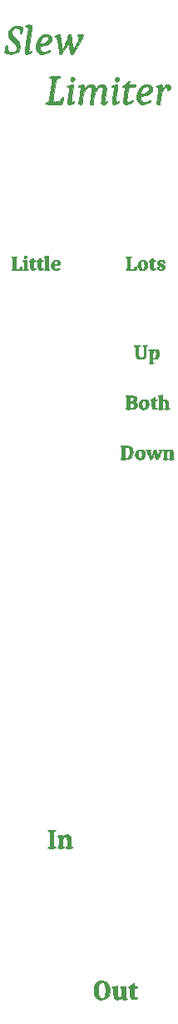
<source format=gto>
G04 #@! TF.GenerationSoftware,KiCad,Pcbnew,(5.1.10)-1*
G04 #@! TF.CreationDate,2021-10-06T15:16:57-05:00*
G04 #@! TF.ProjectId,Slew Limiter Front Panel,536c6577-204c-4696-9d69-746572204672,rev?*
G04 #@! TF.SameCoordinates,Original*
G04 #@! TF.FileFunction,Legend,Top*
G04 #@! TF.FilePolarity,Positive*
%FSLAX46Y46*%
G04 Gerber Fmt 4.6, Leading zero omitted, Abs format (unit mm)*
G04 Created by KiCad (PCBNEW (5.1.10)-1) date 2021-10-06 15:16:57*
%MOMM*%
%LPD*%
G01*
G04 APERTURE LIST*
%ADD10C,0.010000*%
G04 APERTURE END LIST*
D10*
G36*
X152364273Y69549693D02*
G01*
X152575682Y69442345D01*
X152739403Y69269696D01*
X152850332Y69037054D01*
X152902399Y68762469D01*
X152898282Y68437856D01*
X152833032Y68163652D01*
X152711165Y67944539D01*
X152537196Y67785198D01*
X152315643Y67690310D01*
X152051021Y67664558D01*
X151864002Y67685982D01*
X151630660Y67767368D01*
X151451980Y67912883D01*
X151328806Y68121297D01*
X151261982Y68391380D01*
X151249280Y68583014D01*
X151253787Y68646528D01*
X151690993Y68646528D01*
X151698808Y68403255D01*
X151704474Y68342160D01*
X151751263Y68119034D01*
X151832688Y67950294D01*
X151940075Y67842269D01*
X152064752Y67801290D01*
X152198046Y67833685D01*
X152297699Y67909185D01*
X152372083Y68019216D01*
X152420086Y68179573D01*
X152443293Y68399954D01*
X152443285Y68690060D01*
X152439640Y68778844D01*
X152416841Y69028863D01*
X152372543Y69208351D01*
X152301372Y69329895D01*
X152197955Y69406079D01*
X152166045Y69419661D01*
X152026027Y69431639D01*
X151891699Y69373918D01*
X151789717Y69258827D01*
X151780783Y69241463D01*
X151734201Y69091806D01*
X151703531Y68884770D01*
X151690993Y68646528D01*
X151253787Y68646528D01*
X151272380Y68908488D01*
X151350186Y69169533D01*
X151483280Y69366827D01*
X151672244Y69501048D01*
X151917660Y69572875D01*
X152110280Y69586431D01*
X152364273Y69549693D01*
G37*
X152364273Y69549693D02*
X152575682Y69442345D01*
X152739403Y69269696D01*
X152850332Y69037054D01*
X152902399Y68762469D01*
X152898282Y68437856D01*
X152833032Y68163652D01*
X152711165Y67944539D01*
X152537196Y67785198D01*
X152315643Y67690310D01*
X152051021Y67664558D01*
X151864002Y67685982D01*
X151630660Y67767368D01*
X151451980Y67912883D01*
X151328806Y68121297D01*
X151261982Y68391380D01*
X151249280Y68583014D01*
X151253787Y68646528D01*
X151690993Y68646528D01*
X151698808Y68403255D01*
X151704474Y68342160D01*
X151751263Y68119034D01*
X151832688Y67950294D01*
X151940075Y67842269D01*
X152064752Y67801290D01*
X152198046Y67833685D01*
X152297699Y67909185D01*
X152372083Y68019216D01*
X152420086Y68179573D01*
X152443293Y68399954D01*
X152443285Y68690060D01*
X152439640Y68778844D01*
X152416841Y69028863D01*
X152372543Y69208351D01*
X152301372Y69329895D01*
X152197955Y69406079D01*
X152166045Y69419661D01*
X152026027Y69431639D01*
X151891699Y69373918D01*
X151789717Y69258827D01*
X151780783Y69241463D01*
X151734201Y69091806D01*
X151703531Y68884770D01*
X151690993Y68646528D01*
X151253787Y68646528D01*
X151272380Y68908488D01*
X151350186Y69169533D01*
X151483280Y69366827D01*
X151672244Y69501048D01*
X151917660Y69572875D01*
X152110280Y69586431D01*
X152364273Y69549693D01*
G36*
X153653972Y69043250D02*
G01*
X153661931Y68995279D01*
X153668509Y68879435D01*
X153673070Y68712511D01*
X153674979Y68511297D01*
X153675000Y68487411D01*
X153677541Y68241051D01*
X153687623Y68067074D01*
X153708932Y67953283D01*
X153745157Y67887484D01*
X153799983Y67857480D01*
X153867405Y67851000D01*
X153964548Y67868806D01*
X154031734Y67929429D01*
X154073409Y68043680D01*
X154094019Y68222367D01*
X154098333Y68412397D01*
X154096871Y68601768D01*
X154090247Y68723267D01*
X154075097Y68793670D01*
X154048060Y68829752D01*
X154011336Y68846573D01*
X153940220Y68886039D01*
X153942661Y68929816D01*
X154008164Y68972034D01*
X154126232Y69006825D01*
X154286372Y69028320D01*
X154341750Y69031325D01*
X154479333Y69036333D01*
X154479333Y68442759D01*
X154479740Y68208149D01*
X154482514Y68044086D01*
X154489984Y67936451D01*
X154504477Y67871126D01*
X154528321Y67833990D01*
X154563845Y67810926D01*
X154585166Y67800964D01*
X154672552Y67749624D01*
X154677178Y67712753D01*
X154598803Y67690183D01*
X154437184Y67681741D01*
X154415833Y67681667D01*
X154266917Y67684306D01*
X154183893Y67696060D01*
X154148052Y67722685D01*
X154140666Y67766333D01*
X154130128Y67835216D01*
X154115593Y67851000D01*
X154068235Y67827380D01*
X153987758Y67770148D01*
X153982884Y67766333D01*
X153845863Y67702765D01*
X153676436Y67682588D01*
X153513667Y67707216D01*
X153432064Y67746415D01*
X153348139Y67843948D01*
X153291309Y68003782D01*
X153259889Y68232768D01*
X153251902Y68479380D01*
X153249888Y68653752D01*
X153241388Y68761343D01*
X153222286Y68820008D01*
X153188466Y68847599D01*
X153165268Y68855187D01*
X153096030Y68888767D01*
X153104868Y68928784D01*
X153185912Y68970628D01*
X153333296Y69009690D01*
X153371213Y69016943D01*
X153510456Y69038476D01*
X153613161Y69047542D01*
X153653972Y69043250D01*
G37*
X153653972Y69043250D02*
X153661931Y68995279D01*
X153668509Y68879435D01*
X153673070Y68712511D01*
X153674979Y68511297D01*
X153675000Y68487411D01*
X153677541Y68241051D01*
X153687623Y68067074D01*
X153708932Y67953283D01*
X153745157Y67887484D01*
X153799983Y67857480D01*
X153867405Y67851000D01*
X153964548Y67868806D01*
X154031734Y67929429D01*
X154073409Y68043680D01*
X154094019Y68222367D01*
X154098333Y68412397D01*
X154096871Y68601768D01*
X154090247Y68723267D01*
X154075097Y68793670D01*
X154048060Y68829752D01*
X154011336Y68846573D01*
X153940220Y68886039D01*
X153942661Y68929816D01*
X154008164Y68972034D01*
X154126232Y69006825D01*
X154286372Y69028320D01*
X154341750Y69031325D01*
X154479333Y69036333D01*
X154479333Y68442759D01*
X154479740Y68208149D01*
X154482514Y68044086D01*
X154489984Y67936451D01*
X154504477Y67871126D01*
X154528321Y67833990D01*
X154563845Y67810926D01*
X154585166Y67800964D01*
X154672552Y67749624D01*
X154677178Y67712753D01*
X154598803Y67690183D01*
X154437184Y67681741D01*
X154415833Y67681667D01*
X154266917Y67684306D01*
X154183893Y67696060D01*
X154148052Y67722685D01*
X154140666Y67766333D01*
X154130128Y67835216D01*
X154115593Y67851000D01*
X154068235Y67827380D01*
X153987758Y67770148D01*
X153982884Y67766333D01*
X153845863Y67702765D01*
X153676436Y67682588D01*
X153513667Y67707216D01*
X153432064Y67746415D01*
X153348139Y67843948D01*
X153291309Y68003782D01*
X153259889Y68232768D01*
X153251902Y68479380D01*
X153249888Y68653752D01*
X153241388Y68761343D01*
X153222286Y68820008D01*
X153188466Y68847599D01*
X153165268Y68855187D01*
X153096030Y68888767D01*
X153104868Y68928784D01*
X153185912Y68970628D01*
X153333296Y69009690D01*
X153371213Y69016943D01*
X153510456Y69038476D01*
X153613161Y69047542D01*
X153653972Y69043250D01*
G36*
X155341506Y69316576D02*
G01*
X155365411Y69253148D01*
X155368333Y69184500D01*
X155373459Y69089634D01*
X155405112Y69047475D01*
X155487700Y69036665D01*
X155537666Y69036333D01*
X155648450Y69029233D01*
X155697412Y69000536D01*
X155707000Y68951667D01*
X155692799Y68896275D01*
X155635405Y68871794D01*
X155537666Y68867000D01*
X155368333Y68867000D01*
X155368333Y68384696D01*
X155371148Y68154861D01*
X155382944Y67998930D01*
X155408749Y67906233D01*
X155453589Y67866098D01*
X155522493Y67867855D01*
X155600035Y67892903D01*
X155694666Y67912907D01*
X155727771Y67887756D01*
X155697741Y67832116D01*
X155613845Y67767144D01*
X155440212Y67698158D01*
X155260774Y67687828D01*
X155104359Y67736398D01*
X155066174Y67762538D01*
X155023723Y67802456D01*
X154994611Y67851897D01*
X154975650Y67927298D01*
X154963650Y68045100D01*
X154955421Y68221740D01*
X154951192Y68355205D01*
X154943783Y68571200D01*
X154934952Y68716391D01*
X154922119Y68804633D01*
X154902705Y68849778D01*
X154874127Y68865683D01*
X154855874Y68867000D01*
X154789857Y68892619D01*
X154781303Y68948332D01*
X154829814Y69002424D01*
X154857726Y69014339D01*
X154935194Y69061226D01*
X155032348Y69148080D01*
X155068099Y69186525D01*
X155163860Y69275315D01*
X155254215Y69327164D01*
X155282373Y69332667D01*
X155341506Y69316576D01*
G37*
X155341506Y69316576D02*
X155365411Y69253148D01*
X155368333Y69184500D01*
X155373459Y69089634D01*
X155405112Y69047475D01*
X155487700Y69036665D01*
X155537666Y69036333D01*
X155648450Y69029233D01*
X155697412Y69000536D01*
X155707000Y68951667D01*
X155692799Y68896275D01*
X155635405Y68871794D01*
X155537666Y68867000D01*
X155368333Y68867000D01*
X155368333Y68384696D01*
X155371148Y68154861D01*
X155382944Y67998930D01*
X155408749Y67906233D01*
X155453589Y67866098D01*
X155522493Y67867855D01*
X155600035Y67892903D01*
X155694666Y67912907D01*
X155727771Y67887756D01*
X155697741Y67832116D01*
X155613845Y67767144D01*
X155440212Y67698158D01*
X155260774Y67687828D01*
X155104359Y67736398D01*
X155066174Y67762538D01*
X155023723Y67802456D01*
X154994611Y67851897D01*
X154975650Y67927298D01*
X154963650Y68045100D01*
X154955421Y68221740D01*
X154951192Y68355205D01*
X154943783Y68571200D01*
X154934952Y68716391D01*
X154922119Y68804633D01*
X154902705Y68849778D01*
X154874127Y68865683D01*
X154855874Y68867000D01*
X154789857Y68892619D01*
X154781303Y68948332D01*
X154829814Y69002424D01*
X154857726Y69014339D01*
X154935194Y69061226D01*
X155032348Y69148080D01*
X155068099Y69186525D01*
X155163860Y69275315D01*
X155254215Y69327164D01*
X155282373Y69332667D01*
X155341506Y69316576D01*
G36*
X147176626Y84864685D02*
G01*
X147306871Y84850916D01*
X147358954Y84826454D01*
X147335925Y84790063D01*
X147260521Y84749257D01*
X147153709Y84700590D01*
X147165271Y83948712D01*
X147169785Y83679689D01*
X147174916Y83483071D01*
X147182311Y83346600D01*
X147193621Y83258019D01*
X147210496Y83205073D01*
X147234584Y83175505D01*
X147267535Y83157058D01*
X147272083Y83155045D01*
X147345320Y83103539D01*
X147367333Y83059795D01*
X147341902Y83033026D01*
X147258896Y83016142D01*
X147108246Y83007805D01*
X146965166Y83006333D01*
X146770360Y83009004D01*
X146647075Y83018287D01*
X146582297Y83036088D01*
X146563011Y83064313D01*
X146563000Y83065244D01*
X146599091Y83118521D01*
X146668833Y83150717D01*
X146774666Y83177280D01*
X146774666Y84701482D01*
X146668833Y84749703D01*
X146585397Y84796945D01*
X146574621Y84831266D01*
X146639531Y84853884D01*
X146783155Y84866018D01*
X146965166Y84869000D01*
X147176626Y84864685D01*
G37*
X147176626Y84864685D02*
X147306871Y84850916D01*
X147358954Y84826454D01*
X147335925Y84790063D01*
X147260521Y84749257D01*
X147153709Y84700590D01*
X147165271Y83948712D01*
X147169785Y83679689D01*
X147174916Y83483071D01*
X147182311Y83346600D01*
X147193621Y83258019D01*
X147210496Y83205073D01*
X147234584Y83175505D01*
X147267535Y83157058D01*
X147272083Y83155045D01*
X147345320Y83103539D01*
X147367333Y83059795D01*
X147341902Y83033026D01*
X147258896Y83016142D01*
X147108246Y83007805D01*
X146965166Y83006333D01*
X146770360Y83009004D01*
X146647075Y83018287D01*
X146582297Y83036088D01*
X146563011Y83064313D01*
X146563000Y83065244D01*
X146599091Y83118521D01*
X146668833Y83150717D01*
X146774666Y83177280D01*
X146774666Y84701482D01*
X146668833Y84749703D01*
X146585397Y84796945D01*
X146574621Y84831266D01*
X146639531Y84853884D01*
X146783155Y84866018D01*
X146965166Y84869000D01*
X147176626Y84864685D01*
G36*
X148632224Y84367357D02*
G01*
X148649162Y84362458D01*
X148760589Y84312738D01*
X148840090Y84232565D01*
X148892271Y84109533D01*
X148921738Y83931238D01*
X148933100Y83685275D01*
X148933666Y83596397D01*
X148935005Y83401179D01*
X148941033Y83274564D01*
X148954762Y83200503D01*
X148979208Y83162947D01*
X149017384Y83145850D01*
X149018333Y83145600D01*
X149087131Y83103076D01*
X149103000Y83064896D01*
X149083236Y83035057D01*
X149015137Y83016816D01*
X148885494Y83008022D01*
X148743166Y83006333D01*
X148542717Y83012345D01*
X148424361Y83030918D01*
X148386346Y83062862D01*
X148426918Y83108987D01*
X148468000Y83133333D01*
X148507983Y83163364D01*
X148533049Y83213264D01*
X148546578Y83300725D01*
X148551949Y83443440D01*
X148552666Y83576567D01*
X148547645Y83823430D01*
X148530123Y83997206D01*
X148496411Y84109014D01*
X148442819Y84169974D01*
X148365660Y84191206D01*
X148348608Y84191667D01*
X148241984Y84178173D01*
X148167811Y84129848D01*
X148120808Y84034929D01*
X148095691Y83881649D01*
X148087177Y83658246D01*
X148087000Y83609103D01*
X148088391Y83413834D01*
X148094583Y83286967D01*
X148108601Y83212257D01*
X148133470Y83173459D01*
X148171666Y83154500D01*
X148240313Y83107458D01*
X148256333Y83066981D01*
X148238608Y83036313D01*
X148176100Y83017573D01*
X148054809Y83008391D01*
X147897828Y83006333D01*
X147720991Y83008767D01*
X147615113Y83017697D01*
X147566584Y83035568D01*
X147561796Y83064822D01*
X147562435Y83066560D01*
X147620432Y83136081D01*
X147645773Y83149898D01*
X147672825Y83178490D01*
X147690827Y83248124D01*
X147701265Y83371512D01*
X147705624Y83561367D01*
X147706000Y83665135D01*
X147705018Y83876341D01*
X147700399Y84017836D01*
X147689635Y84104569D01*
X147670216Y84151488D01*
X147639633Y84173541D01*
X147619602Y84179853D01*
X147547648Y84214111D01*
X147548397Y84254341D01*
X147610727Y84294604D01*
X147723517Y84328960D01*
X147875645Y84351469D01*
X147949416Y84355992D01*
X148050989Y84346368D01*
X148086498Y84303120D01*
X148087000Y84293972D01*
X148102666Y84244307D01*
X148118750Y84243288D01*
X148295265Y84328821D01*
X148423888Y84374461D01*
X148528311Y84385532D01*
X148632224Y84367357D01*
G37*
X148632224Y84367357D02*
X148649162Y84362458D01*
X148760589Y84312738D01*
X148840090Y84232565D01*
X148892271Y84109533D01*
X148921738Y83931238D01*
X148933100Y83685275D01*
X148933666Y83596397D01*
X148935005Y83401179D01*
X148941033Y83274564D01*
X148954762Y83200503D01*
X148979208Y83162947D01*
X149017384Y83145850D01*
X149018333Y83145600D01*
X149087131Y83103076D01*
X149103000Y83064896D01*
X149083236Y83035057D01*
X149015137Y83016816D01*
X148885494Y83008022D01*
X148743166Y83006333D01*
X148542717Y83012345D01*
X148424361Y83030918D01*
X148386346Y83062862D01*
X148426918Y83108987D01*
X148468000Y83133333D01*
X148507983Y83163364D01*
X148533049Y83213264D01*
X148546578Y83300725D01*
X148551949Y83443440D01*
X148552666Y83576567D01*
X148547645Y83823430D01*
X148530123Y83997206D01*
X148496411Y84109014D01*
X148442819Y84169974D01*
X148365660Y84191206D01*
X148348608Y84191667D01*
X148241984Y84178173D01*
X148167811Y84129848D01*
X148120808Y84034929D01*
X148095691Y83881649D01*
X148087177Y83658246D01*
X148087000Y83609103D01*
X148088391Y83413834D01*
X148094583Y83286967D01*
X148108601Y83212257D01*
X148133470Y83173459D01*
X148171666Y83154500D01*
X148240313Y83107458D01*
X148256333Y83066981D01*
X148238608Y83036313D01*
X148176100Y83017573D01*
X148054809Y83008391D01*
X147897828Y83006333D01*
X147720991Y83008767D01*
X147615113Y83017697D01*
X147566584Y83035568D01*
X147561796Y83064822D01*
X147562435Y83066560D01*
X147620432Y83136081D01*
X147645773Y83149898D01*
X147672825Y83178490D01*
X147690827Y83248124D01*
X147701265Y83371512D01*
X147705624Y83561367D01*
X147706000Y83665135D01*
X147705018Y83876341D01*
X147700399Y84017836D01*
X147689635Y84104569D01*
X147670216Y84151488D01*
X147639633Y84173541D01*
X147619602Y84179853D01*
X147547648Y84214111D01*
X147548397Y84254341D01*
X147610727Y84294604D01*
X147723517Y84328960D01*
X147875645Y84351469D01*
X147949416Y84355992D01*
X148050989Y84346368D01*
X148086498Y84303120D01*
X148087000Y84293972D01*
X148102666Y84244307D01*
X148118750Y84243288D01*
X148295265Y84328821D01*
X148423888Y84374461D01*
X148528311Y84385532D01*
X148632224Y84367357D01*
G36*
X154394666Y123763331D02*
G01*
X154690325Y123740989D01*
X154912741Y123689777D01*
X155070472Y123602671D01*
X155172075Y123472645D01*
X155226110Y123292676D01*
X155241175Y123068436D01*
X155211785Y122821595D01*
X155122523Y122632507D01*
X154971220Y122496967D01*
X154936288Y122477444D01*
X154841994Y122445747D01*
X154700854Y122418278D01*
X154532659Y122396449D01*
X154357203Y122381676D01*
X154194276Y122375374D01*
X154063672Y122378956D01*
X153985183Y122393837D01*
X153971333Y122408478D01*
X154005158Y122459851D01*
X154034833Y122476309D01*
X154061005Y122500265D01*
X154061983Y122503333D01*
X154394666Y122503333D01*
X154544757Y122503333D01*
X154708458Y122539823D01*
X154795366Y122603852D01*
X154882108Y122742826D01*
X154930455Y122929994D01*
X154939493Y123137632D01*
X154908311Y123338016D01*
X154835997Y123503423D01*
X154825456Y123518341D01*
X154733432Y123599760D01*
X154598502Y123635639D01*
X154570351Y123638184D01*
X154394666Y123651202D01*
X154394666Y122503333D01*
X154061983Y122503333D01*
X154079110Y122557027D01*
X154090478Y122659216D01*
X154096438Y122819453D01*
X154098318Y123050361D01*
X154098333Y123079421D01*
X154097030Y123316599D01*
X154092014Y123483435D01*
X154081626Y123594231D01*
X154064205Y123663287D01*
X154038090Y123704904D01*
X154024250Y123717545D01*
X154000738Y123743693D01*
X154016780Y123759850D01*
X154083896Y123767442D01*
X154213609Y123767893D01*
X154394666Y123763331D01*
G37*
X154394666Y123763331D02*
X154690325Y123740989D01*
X154912741Y123689777D01*
X155070472Y123602671D01*
X155172075Y123472645D01*
X155226110Y123292676D01*
X155241175Y123068436D01*
X155211785Y122821595D01*
X155122523Y122632507D01*
X154971220Y122496967D01*
X154936288Y122477444D01*
X154841994Y122445747D01*
X154700854Y122418278D01*
X154532659Y122396449D01*
X154357203Y122381676D01*
X154194276Y122375374D01*
X154063672Y122378956D01*
X153985183Y122393837D01*
X153971333Y122408478D01*
X154005158Y122459851D01*
X154034833Y122476309D01*
X154061005Y122500265D01*
X154061983Y122503333D01*
X154394666Y122503333D01*
X154544757Y122503333D01*
X154708458Y122539823D01*
X154795366Y122603852D01*
X154882108Y122742826D01*
X154930455Y122929994D01*
X154939493Y123137632D01*
X154908311Y123338016D01*
X154835997Y123503423D01*
X154825456Y123518341D01*
X154733432Y123599760D01*
X154598502Y123635639D01*
X154570351Y123638184D01*
X154394666Y123651202D01*
X154394666Y122503333D01*
X154061983Y122503333D01*
X154079110Y122557027D01*
X154090478Y122659216D01*
X154096438Y122819453D01*
X154098318Y123050361D01*
X154098333Y123079421D01*
X154097030Y123316599D01*
X154092014Y123483435D01*
X154081626Y123594231D01*
X154064205Y123663287D01*
X154038090Y123704904D01*
X154024250Y123717545D01*
X154000738Y123743693D01*
X154016780Y123759850D01*
X154083896Y123767442D01*
X154213609Y123767893D01*
X154394666Y123763331D01*
G36*
X156111372Y123388979D02*
G01*
X156250667Y123353309D01*
X156259678Y123348745D01*
X156371409Y123244990D01*
X156439956Y123092068D01*
X156465442Y122913370D01*
X156447991Y122732288D01*
X156387727Y122572211D01*
X156284775Y122456531D01*
X156254845Y122438547D01*
X156097684Y122391383D01*
X155910357Y122381948D01*
X155739312Y122411933D01*
X155720051Y122419073D01*
X155593291Y122511778D01*
X155510645Y122655873D01*
X155473783Y122829492D01*
X155474649Y122844321D01*
X155761287Y122844321D01*
X155785554Y122685981D01*
X155837193Y122562917D01*
X155908225Y122486383D01*
X155990670Y122467633D01*
X156076548Y122517919D01*
X156106766Y122555086D01*
X156150985Y122669044D01*
X156171779Y122837983D01*
X156172666Y122884333D01*
X156153371Y123081065D01*
X156098973Y123222471D01*
X156014698Y123297955D01*
X155963783Y123307667D01*
X155875742Y123281442D01*
X155815139Y123195048D01*
X155774088Y123036908D01*
X155772370Y123026685D01*
X155761287Y122844321D01*
X155474649Y122844321D01*
X155484372Y123010766D01*
X155544083Y123177828D01*
X155652273Y123307005D01*
X155774628Y123363247D01*
X155940177Y123391432D01*
X156111372Y123388979D01*
G37*
X156111372Y123388979D02*
X156250667Y123353309D01*
X156259678Y123348745D01*
X156371409Y123244990D01*
X156439956Y123092068D01*
X156465442Y122913370D01*
X156447991Y122732288D01*
X156387727Y122572211D01*
X156284775Y122456531D01*
X156254845Y122438547D01*
X156097684Y122391383D01*
X155910357Y122381948D01*
X155739312Y122411933D01*
X155720051Y122419073D01*
X155593291Y122511778D01*
X155510645Y122655873D01*
X155473783Y122829492D01*
X155474649Y122844321D01*
X155761287Y122844321D01*
X155785554Y122685981D01*
X155837193Y122562917D01*
X155908225Y122486383D01*
X155990670Y122467633D01*
X156076548Y122517919D01*
X156106766Y122555086D01*
X156150985Y122669044D01*
X156171779Y122837983D01*
X156172666Y122884333D01*
X156153371Y123081065D01*
X156098973Y123222471D01*
X156014698Y123297955D01*
X155963783Y123307667D01*
X155875742Y123281442D01*
X155815139Y123195048D01*
X155774088Y123036908D01*
X155772370Y123026685D01*
X155761287Y122844321D01*
X155474649Y122844321D01*
X155484372Y123010766D01*
X155544083Y123177828D01*
X155652273Y123307005D01*
X155774628Y123363247D01*
X155940177Y123391432D01*
X156111372Y123388979D01*
G36*
X158173506Y123308990D02*
G01*
X158123093Y123234607D01*
X158058444Y123100432D01*
X157989198Y122927904D01*
X157944237Y122799106D01*
X157880720Y122609482D01*
X157834012Y122486932D01*
X157795909Y122417644D01*
X157758204Y122387803D01*
X157712694Y122383598D01*
X157698276Y122385033D01*
X157638277Y122402616D01*
X157592742Y122450787D01*
X157549980Y122547740D01*
X157506812Y122682989D01*
X157460906Y122823803D01*
X157420337Y122925871D01*
X157393398Y122968513D01*
X157392191Y122968739D01*
X157366039Y122931671D01*
X157324007Y122833566D01*
X157274546Y122694479D01*
X157267441Y122672667D01*
X157213865Y122517413D01*
X157170444Y122427425D01*
X157126214Y122385979D01*
X157073172Y122376333D01*
X156986957Y122399197D01*
X156951285Y122436421D01*
X156929192Y122501367D01*
X156888982Y122625937D01*
X156837480Y122788845D01*
X156807606Y122884527D01*
X156747196Y123059710D01*
X156685318Y123207406D01*
X156631481Y123306154D01*
X156609742Y123331093D01*
X156578703Y123361523D01*
X156593912Y123379206D01*
X156667813Y123387468D01*
X156812846Y123389632D01*
X156828833Y123389641D01*
X156980476Y123387799D01*
X157059903Y123380092D01*
X157079522Y123363247D01*
X157051744Y123333990D01*
X157048689Y123331653D01*
X157007938Y123294257D01*
X156993310Y123248112D01*
X157004386Y123169559D01*
X157040750Y123034941D01*
X157043290Y123026083D01*
X157084887Y122887767D01*
X157120214Y122781765D01*
X157138068Y122738305D01*
X157160874Y122756570D01*
X157201405Y122839832D01*
X157252381Y122972199D01*
X157273833Y123034639D01*
X157336345Y123209022D01*
X157387619Y123315819D01*
X157436151Y123369781D01*
X157475213Y123384358D01*
X157525282Y123380702D01*
X157565184Y123341788D01*
X157605011Y123251625D01*
X157651764Y123104627D01*
X157694927Y122952387D01*
X157726119Y122828436D01*
X157738953Y122758276D01*
X157739000Y122756297D01*
X157750579Y122718405D01*
X157783568Y122757240D01*
X157835342Y122868343D01*
X157892281Y123016611D01*
X157940326Y123159236D01*
X157956650Y123242129D01*
X157943376Y123283167D01*
X157925243Y123293991D01*
X157866490Y123331903D01*
X157883453Y123364996D01*
X157967192Y123386957D01*
X158064482Y123392333D01*
X158262964Y123392333D01*
X158173506Y123308990D01*
G37*
X158173506Y123308990D02*
X158123093Y123234607D01*
X158058444Y123100432D01*
X157989198Y122927904D01*
X157944237Y122799106D01*
X157880720Y122609482D01*
X157834012Y122486932D01*
X157795909Y122417644D01*
X157758204Y122387803D01*
X157712694Y122383598D01*
X157698276Y122385033D01*
X157638277Y122402616D01*
X157592742Y122450787D01*
X157549980Y122547740D01*
X157506812Y122682989D01*
X157460906Y122823803D01*
X157420337Y122925871D01*
X157393398Y122968513D01*
X157392191Y122968739D01*
X157366039Y122931671D01*
X157324007Y122833566D01*
X157274546Y122694479D01*
X157267441Y122672667D01*
X157213865Y122517413D01*
X157170444Y122427425D01*
X157126214Y122385979D01*
X157073172Y122376333D01*
X156986957Y122399197D01*
X156951285Y122436421D01*
X156929192Y122501367D01*
X156888982Y122625937D01*
X156837480Y122788845D01*
X156807606Y122884527D01*
X156747196Y123059710D01*
X156685318Y123207406D01*
X156631481Y123306154D01*
X156609742Y123331093D01*
X156578703Y123361523D01*
X156593912Y123379206D01*
X156667813Y123387468D01*
X156812846Y123389632D01*
X156828833Y123389641D01*
X156980476Y123387799D01*
X157059903Y123380092D01*
X157079522Y123363247D01*
X157051744Y123333990D01*
X157048689Y123331653D01*
X157007938Y123294257D01*
X156993310Y123248112D01*
X157004386Y123169559D01*
X157040750Y123034941D01*
X157043290Y123026083D01*
X157084887Y122887767D01*
X157120214Y122781765D01*
X157138068Y122738305D01*
X157160874Y122756570D01*
X157201405Y122839832D01*
X157252381Y122972199D01*
X157273833Y123034639D01*
X157336345Y123209022D01*
X157387619Y123315819D01*
X157436151Y123369781D01*
X157475213Y123384358D01*
X157525282Y123380702D01*
X157565184Y123341788D01*
X157605011Y123251625D01*
X157651764Y123104627D01*
X157694927Y122952387D01*
X157726119Y122828436D01*
X157738953Y122758276D01*
X157739000Y122756297D01*
X157750579Y122718405D01*
X157783568Y122757240D01*
X157835342Y122868343D01*
X157892281Y123016611D01*
X157940326Y123159236D01*
X157956650Y123242129D01*
X157943376Y123283167D01*
X157925243Y123293991D01*
X157866490Y123331903D01*
X157883453Y123364996D01*
X157967192Y123386957D01*
X158064482Y123392333D01*
X158262964Y123392333D01*
X158173506Y123308990D01*
G36*
X159127980Y123378506D02*
G01*
X159216064Y123328988D01*
X159270429Y123231727D01*
X159297908Y123074672D01*
X159305333Y122852419D01*
X159308893Y122668757D01*
X159321280Y122554363D01*
X159345055Y122494069D01*
X159368833Y122476309D01*
X159431465Y122438351D01*
X159416489Y122406579D01*
X159330930Y122384679D01*
X159181809Y122376337D01*
X159178333Y122376333D01*
X159022190Y122382144D01*
X158942522Y122402263D01*
X158931762Y122440727D01*
X158968486Y122488220D01*
X158988917Y122551698D01*
X159000319Y122680690D01*
X159001196Y122856380D01*
X159000236Y122888270D01*
X158992646Y123062124D01*
X158981278Y123168792D01*
X158960936Y123225739D01*
X158926424Y123250435D01*
X158890253Y123258000D01*
X158790429Y123256292D01*
X158724713Y123209905D01*
X158687120Y123107499D01*
X158671664Y122937732D01*
X158670333Y122841346D01*
X158674369Y122663749D01*
X158688319Y122555150D01*
X158714944Y122500183D01*
X158733833Y122488025D01*
X158798367Y122448297D01*
X158786396Y122413276D01*
X158706080Y122387748D01*
X158565579Y122376498D01*
X158543333Y122376333D01*
X158409372Y122382057D01*
X158317334Y122396935D01*
X158289333Y122414138D01*
X158323022Y122460416D01*
X158352833Y122476309D01*
X158389227Y122530640D01*
X158412007Y122644293D01*
X158421333Y122793048D01*
X158417364Y122952689D01*
X158400258Y123098998D01*
X158370175Y123207756D01*
X158347793Y123243159D01*
X158302349Y123296695D01*
X158307971Y123330118D01*
X158376245Y123353993D01*
X158492005Y123374639D01*
X158604819Y123387793D01*
X158657020Y123375365D01*
X158670300Y123331642D01*
X158670333Y123327683D01*
X158676267Y123277112D01*
X158708491Y123288193D01*
X158747750Y123322272D01*
X158849247Y123371968D01*
X158992583Y123392292D01*
X158999349Y123392333D01*
X159127980Y123378506D01*
G37*
X159127980Y123378506D02*
X159216064Y123328988D01*
X159270429Y123231727D01*
X159297908Y123074672D01*
X159305333Y122852419D01*
X159308893Y122668757D01*
X159321280Y122554363D01*
X159345055Y122494069D01*
X159368833Y122476309D01*
X159431465Y122438351D01*
X159416489Y122406579D01*
X159330930Y122384679D01*
X159181809Y122376337D01*
X159178333Y122376333D01*
X159022190Y122382144D01*
X158942522Y122402263D01*
X158931762Y122440727D01*
X158968486Y122488220D01*
X158988917Y122551698D01*
X159000319Y122680690D01*
X159001196Y122856380D01*
X159000236Y122888270D01*
X158992646Y123062124D01*
X158981278Y123168792D01*
X158960936Y123225739D01*
X158926424Y123250435D01*
X158890253Y123258000D01*
X158790429Y123256292D01*
X158724713Y123209905D01*
X158687120Y123107499D01*
X158671664Y122937732D01*
X158670333Y122841346D01*
X158674369Y122663749D01*
X158688319Y122555150D01*
X158714944Y122500183D01*
X158733833Y122488025D01*
X158798367Y122448297D01*
X158786396Y122413276D01*
X158706080Y122387748D01*
X158565579Y122376498D01*
X158543333Y122376333D01*
X158409372Y122382057D01*
X158317334Y122396935D01*
X158289333Y122414138D01*
X158323022Y122460416D01*
X158352833Y122476309D01*
X158389227Y122530640D01*
X158412007Y122644293D01*
X158421333Y122793048D01*
X158417364Y122952689D01*
X158400258Y123098998D01*
X158370175Y123207756D01*
X158347793Y123243159D01*
X158302349Y123296695D01*
X158307971Y123330118D01*
X158376245Y123353993D01*
X158492005Y123374639D01*
X158604819Y123387793D01*
X158657020Y123375365D01*
X158670300Y123331642D01*
X158670333Y123327683D01*
X158676267Y123277112D01*
X158708491Y123288193D01*
X158747750Y123322272D01*
X158849247Y123371968D01*
X158992583Y123392292D01*
X158999349Y123392333D01*
X159127980Y123378506D01*
G36*
X155172893Y128844438D02*
G01*
X155369137Y128815323D01*
X155504647Y128762344D01*
X155590572Y128681854D01*
X155623104Y128618473D01*
X155637682Y128474476D01*
X155584105Y128340901D01*
X155492338Y128259064D01*
X155400625Y128209981D01*
X155500895Y128160001D01*
X155623875Y128058720D01*
X155681188Y127923667D01*
X155672102Y127775404D01*
X155595883Y127634494D01*
X155522104Y127565336D01*
X155454631Y127524960D01*
X155368044Y127497403D01*
X155243675Y127479363D01*
X155062852Y127467537D01*
X154942690Y127462827D01*
X154722440Y127459044D01*
X154568973Y127464629D01*
X154489304Y127479178D01*
X154479333Y127489455D01*
X154513135Y127539948D01*
X154542833Y127556309D01*
X154569099Y127580365D01*
X154587237Y127637358D01*
X154598591Y127739953D01*
X154604506Y127900817D01*
X154606324Y128132616D01*
X154606324Y128133667D01*
X154902666Y128133667D01*
X154902666Y127583333D01*
X155058083Y127583333D01*
X155184172Y127602033D01*
X155284021Y127647630D01*
X155290916Y127653395D01*
X155362754Y127765149D01*
X155366532Y127889217D01*
X155312357Y128005379D01*
X155210336Y128093416D01*
X155070577Y128133111D01*
X155050833Y128133667D01*
X154902666Y128133667D01*
X154606324Y128133667D01*
X154606333Y128154833D01*
X154604787Y128392919D01*
X154599254Y128559046D01*
X154588389Y128665880D01*
X154570849Y128726088D01*
X154570611Y128726333D01*
X154902666Y128726333D01*
X154902666Y128260667D01*
X155036916Y128260667D01*
X155157990Y128282429D01*
X155248583Y128330728D01*
X155308922Y128430413D01*
X155323361Y128553535D01*
X155288763Y128659489D01*
X155275200Y128675533D01*
X155201743Y128708972D01*
X155086346Y128725843D01*
X155063533Y128726333D01*
X154902666Y128726333D01*
X154570611Y128726333D01*
X154545290Y128752336D01*
X154542833Y128753358D01*
X154478570Y128790373D01*
X154495893Y128819566D01*
X154592018Y128840166D01*
X154764159Y128851404D01*
X154904768Y128853333D01*
X155172893Y128844438D01*
G37*
X155172893Y128844438D02*
X155369137Y128815323D01*
X155504647Y128762344D01*
X155590572Y128681854D01*
X155623104Y128618473D01*
X155637682Y128474476D01*
X155584105Y128340901D01*
X155492338Y128259064D01*
X155400625Y128209981D01*
X155500895Y128160001D01*
X155623875Y128058720D01*
X155681188Y127923667D01*
X155672102Y127775404D01*
X155595883Y127634494D01*
X155522104Y127565336D01*
X155454631Y127524960D01*
X155368044Y127497403D01*
X155243675Y127479363D01*
X155062852Y127467537D01*
X154942690Y127462827D01*
X154722440Y127459044D01*
X154568973Y127464629D01*
X154489304Y127479178D01*
X154479333Y127489455D01*
X154513135Y127539948D01*
X154542833Y127556309D01*
X154569099Y127580365D01*
X154587237Y127637358D01*
X154598591Y127739953D01*
X154604506Y127900817D01*
X154606324Y128132616D01*
X154606324Y128133667D01*
X154902666Y128133667D01*
X154902666Y127583333D01*
X155058083Y127583333D01*
X155184172Y127602033D01*
X155284021Y127647630D01*
X155290916Y127653395D01*
X155362754Y127765149D01*
X155366532Y127889217D01*
X155312357Y128005379D01*
X155210336Y128093416D01*
X155070577Y128133111D01*
X155050833Y128133667D01*
X154902666Y128133667D01*
X154606324Y128133667D01*
X154606333Y128154833D01*
X154604787Y128392919D01*
X154599254Y128559046D01*
X154588389Y128665880D01*
X154570849Y128726088D01*
X154570611Y128726333D01*
X154902666Y128726333D01*
X154902666Y128260667D01*
X155036916Y128260667D01*
X155157990Y128282429D01*
X155248583Y128330728D01*
X155308922Y128430413D01*
X155323361Y128553535D01*
X155288763Y128659489D01*
X155275200Y128675533D01*
X155201743Y128708972D01*
X155086346Y128725843D01*
X155063533Y128726333D01*
X154902666Y128726333D01*
X154570611Y128726333D01*
X154545290Y128752336D01*
X154542833Y128753358D01*
X154478570Y128790373D01*
X154495893Y128819566D01*
X154592018Y128840166D01*
X154764159Y128851404D01*
X154904768Y128853333D01*
X155172893Y128844438D01*
G36*
X156492372Y128468979D02*
G01*
X156631667Y128433309D01*
X156640678Y128428745D01*
X156752409Y128324990D01*
X156820956Y128172068D01*
X156846442Y127993370D01*
X156828991Y127812288D01*
X156768727Y127652211D01*
X156665775Y127536531D01*
X156635845Y127518547D01*
X156478684Y127471383D01*
X156291357Y127461948D01*
X156120312Y127491933D01*
X156101051Y127499073D01*
X155974291Y127591778D01*
X155891645Y127735873D01*
X155854783Y127909492D01*
X155855649Y127924321D01*
X156142287Y127924321D01*
X156166554Y127765981D01*
X156218193Y127642917D01*
X156289225Y127566383D01*
X156371670Y127547633D01*
X156457548Y127597919D01*
X156487766Y127635086D01*
X156531985Y127749044D01*
X156552779Y127917983D01*
X156553666Y127964333D01*
X156534371Y128161065D01*
X156479973Y128302471D01*
X156395698Y128377955D01*
X156344783Y128387667D01*
X156256742Y128361442D01*
X156196139Y128275048D01*
X156155088Y128116908D01*
X156153370Y128106685D01*
X156142287Y127924321D01*
X155855649Y127924321D01*
X155865372Y128090766D01*
X155925083Y128257828D01*
X156033273Y128387005D01*
X156155628Y128443247D01*
X156321177Y128471432D01*
X156492372Y128468979D01*
G37*
X156492372Y128468979D02*
X156631667Y128433309D01*
X156640678Y128428745D01*
X156752409Y128324990D01*
X156820956Y128172068D01*
X156846442Y127993370D01*
X156828991Y127812288D01*
X156768727Y127652211D01*
X156665775Y127536531D01*
X156635845Y127518547D01*
X156478684Y127471383D01*
X156291357Y127461948D01*
X156120312Y127491933D01*
X156101051Y127499073D01*
X155974291Y127591778D01*
X155891645Y127735873D01*
X155854783Y127909492D01*
X155855649Y127924321D01*
X156142287Y127924321D01*
X156166554Y127765981D01*
X156218193Y127642917D01*
X156289225Y127566383D01*
X156371670Y127547633D01*
X156457548Y127597919D01*
X156487766Y127635086D01*
X156531985Y127749044D01*
X156552779Y127917983D01*
X156553666Y127964333D01*
X156534371Y128161065D01*
X156479973Y128302471D01*
X156395698Y128377955D01*
X156344783Y128387667D01*
X156256742Y128361442D01*
X156196139Y128275048D01*
X156155088Y128116908D01*
X156153370Y128106685D01*
X156142287Y127924321D01*
X155855649Y127924321D01*
X155865372Y128090766D01*
X155925083Y128257828D01*
X156033273Y128387005D01*
X156155628Y128443247D01*
X156321177Y128471432D01*
X156492372Y128468979D01*
G36*
X157432860Y128650904D02*
G01*
X157442666Y128578167D01*
X157456335Y128502531D01*
X157514439Y128474861D01*
X157569666Y128472333D01*
X157670492Y128453401D01*
X157696666Y128408833D01*
X157659307Y128358711D01*
X157568018Y128345333D01*
X157439370Y128345333D01*
X157451601Y127974917D01*
X157463833Y127604500D01*
X157612000Y127616651D01*
X157706410Y127621085D01*
X157729667Y127606312D01*
X157694674Y127563264D01*
X157691907Y127560488D01*
X157606482Y127510540D01*
X157482165Y127473954D01*
X157454254Y127469452D01*
X157335996Y127462435D01*
X157264151Y127489903D01*
X157215596Y127545619D01*
X157176209Y127633489D01*
X157154026Y127769013D01*
X157146398Y127969394D01*
X157146333Y127994920D01*
X157143503Y128172108D01*
X157133217Y128279641D01*
X157112779Y128332394D01*
X157082833Y128345333D01*
X157028241Y128359132D01*
X157038399Y128404120D01*
X157116086Y128485689D01*
X157186582Y128546417D01*
X157313610Y128642818D01*
X157392799Y128677287D01*
X157432860Y128650904D01*
G37*
X157432860Y128650904D02*
X157442666Y128578167D01*
X157456335Y128502531D01*
X157514439Y128474861D01*
X157569666Y128472333D01*
X157670492Y128453401D01*
X157696666Y128408833D01*
X157659307Y128358711D01*
X157568018Y128345333D01*
X157439370Y128345333D01*
X157451601Y127974917D01*
X157463833Y127604500D01*
X157612000Y127616651D01*
X157706410Y127621085D01*
X157729667Y127606312D01*
X157694674Y127563264D01*
X157691907Y127560488D01*
X157606482Y127510540D01*
X157482165Y127473954D01*
X157454254Y127469452D01*
X157335996Y127462435D01*
X157264151Y127489903D01*
X157215596Y127545619D01*
X157176209Y127633489D01*
X157154026Y127769013D01*
X157146398Y127969394D01*
X157146333Y127994920D01*
X157143503Y128172108D01*
X157133217Y128279641D01*
X157112779Y128332394D01*
X157082833Y128345333D01*
X157028241Y128359132D01*
X157038399Y128404120D01*
X157116086Y128485689D01*
X157186582Y128546417D01*
X157313610Y128642818D01*
X157392799Y128677287D01*
X157432860Y128650904D01*
G36*
X158204666Y128657149D02*
G01*
X158213129Y128492827D01*
X158237380Y128402522D01*
X158275716Y128389891D01*
X158310500Y128430000D01*
X158367404Y128457249D01*
X158471852Y128470024D01*
X158587809Y128467395D01*
X158679243Y128448433D01*
X158695745Y128439935D01*
X158772074Y128350623D01*
X158818965Y128199613D01*
X158838697Y127978390D01*
X158839666Y127902288D01*
X158843880Y127726658D01*
X158858408Y127619949D01*
X158886080Y127566746D01*
X158903166Y127556309D01*
X158966125Y127518551D01*
X158950980Y127487275D01*
X158864225Y127465547D01*
X158712355Y127456434D01*
X158691500Y127456333D01*
X158532716Y127463836D01*
X158438319Y127484299D01*
X158414801Y127514656D01*
X158468656Y127551838D01*
X158479833Y127556309D01*
X158514521Y127591354D01*
X158534518Y127673791D01*
X158542713Y127819067D01*
X158543333Y127896043D01*
X158539494Y128098925D01*
X158525000Y128231286D01*
X158495381Y128307044D01*
X158446170Y128340120D01*
X158399104Y128345333D01*
X158309218Y128330525D01*
X158251006Y128277199D01*
X158218476Y128172004D01*
X158205633Y128001589D01*
X158204666Y127912205D01*
X158208643Y127733919D01*
X158222400Y127624660D01*
X158248674Y127569081D01*
X158268166Y127556309D01*
X158330798Y127518351D01*
X158315823Y127486579D01*
X158230263Y127464679D01*
X158081142Y127456337D01*
X158077666Y127456333D01*
X157943709Y127462364D01*
X157851671Y127478040D01*
X157823666Y127496168D01*
X157854438Y127553502D01*
X157866000Y127562167D01*
X157882741Y127613678D01*
X157895940Y127737407D01*
X157904743Y127920949D01*
X157908299Y128151897D01*
X157908333Y128178499D01*
X157907054Y128416955D01*
X157902346Y128582925D01*
X157892900Y128688559D01*
X157877411Y128746010D01*
X157854569Y128767432D01*
X157844833Y128768667D01*
X157794295Y128791157D01*
X157780438Y128832898D01*
X157813083Y128855177D01*
X157871140Y128863759D01*
X157978877Y128883088D01*
X158024750Y128891826D01*
X158204666Y128926632D01*
X158204666Y128657149D01*
G37*
X158204666Y128657149D02*
X158213129Y128492827D01*
X158237380Y128402522D01*
X158275716Y128389891D01*
X158310500Y128430000D01*
X158367404Y128457249D01*
X158471852Y128470024D01*
X158587809Y128467395D01*
X158679243Y128448433D01*
X158695745Y128439935D01*
X158772074Y128350623D01*
X158818965Y128199613D01*
X158838697Y127978390D01*
X158839666Y127902288D01*
X158843880Y127726658D01*
X158858408Y127619949D01*
X158886080Y127566746D01*
X158903166Y127556309D01*
X158966125Y127518551D01*
X158950980Y127487275D01*
X158864225Y127465547D01*
X158712355Y127456434D01*
X158691500Y127456333D01*
X158532716Y127463836D01*
X158438319Y127484299D01*
X158414801Y127514656D01*
X158468656Y127551838D01*
X158479833Y127556309D01*
X158514521Y127591354D01*
X158534518Y127673791D01*
X158542713Y127819067D01*
X158543333Y127896043D01*
X158539494Y128098925D01*
X158525000Y128231286D01*
X158495381Y128307044D01*
X158446170Y128340120D01*
X158399104Y128345333D01*
X158309218Y128330525D01*
X158251006Y128277199D01*
X158218476Y128172004D01*
X158205633Y128001589D01*
X158204666Y127912205D01*
X158208643Y127733919D01*
X158222400Y127624660D01*
X158248674Y127569081D01*
X158268166Y127556309D01*
X158330798Y127518351D01*
X158315823Y127486579D01*
X158230263Y127464679D01*
X158081142Y127456337D01*
X158077666Y127456333D01*
X157943709Y127462364D01*
X157851671Y127478040D01*
X157823666Y127496168D01*
X157854438Y127553502D01*
X157866000Y127562167D01*
X157882741Y127613678D01*
X157895940Y127737407D01*
X157904743Y127920949D01*
X157908299Y128151897D01*
X157908333Y128178499D01*
X157907054Y128416955D01*
X157902346Y128582925D01*
X157892900Y128688559D01*
X157877411Y128746010D01*
X157854569Y128767432D01*
X157844833Y128768667D01*
X157794295Y128791157D01*
X157780438Y128832898D01*
X157813083Y128855177D01*
X157871140Y128863759D01*
X157978877Y128883088D01*
X158024750Y128891826D01*
X158204666Y128926632D01*
X158204666Y128657149D01*
G36*
X157719466Y133512631D02*
G01*
X157784070Y133473963D01*
X157844150Y133405575D01*
X157879392Y133305384D01*
X157898798Y133147439D01*
X157899190Y133142084D01*
X157892027Y132895946D01*
X157830908Y132713729D01*
X157716660Y132596450D01*
X157550113Y132545127D01*
X157415301Y132547493D01*
X157231000Y132568267D01*
X157231000Y132409297D01*
X157250121Y132276559D01*
X157315918Y132191421D01*
X157326250Y132183884D01*
X157370745Y132149144D01*
X157371479Y132129044D01*
X157316286Y132119344D01*
X157193000Y132115806D01*
X157129188Y132115221D01*
X156977376Y132115349D01*
X156896333Y132121781D01*
X156872178Y132139212D01*
X156891028Y132172339D01*
X156906938Y132190417D01*
X156937838Y132239852D01*
X156958445Y132317407D01*
X156970591Y132438470D01*
X156976105Y132618428D01*
X156977000Y132779621D01*
X156976175Y132890692D01*
X157233311Y132890692D01*
X157235927Y132760302D01*
X157245753Y132685979D01*
X157246092Y132685063D01*
X157304713Y132631159D01*
X157398517Y132625653D01*
X157495560Y132665348D01*
X157546099Y132715086D01*
X157588099Y132821250D01*
X157610150Y132971400D01*
X157612279Y133135671D01*
X157594515Y133284198D01*
X157556884Y133387118D01*
X157545476Y133401143D01*
X157472673Y133458221D01*
X157406116Y133453396D01*
X157335985Y133408782D01*
X157289454Y133354460D01*
X157260039Y133261419D01*
X157242336Y133109753D01*
X157238482Y133049512D01*
X157233311Y132890692D01*
X156976175Y132890692D01*
X156975143Y133029348D01*
X156968115Y133206349D01*
X156953727Y133322513D01*
X156929791Y133389729D01*
X156894121Y133419885D01*
X156858170Y133425333D01*
X156809079Y133435842D01*
X156825726Y133461535D01*
X156892634Y133493662D01*
X156994330Y133523473D01*
X157051083Y133534411D01*
X157164526Y133547739D01*
X157217268Y133535728D01*
X157230945Y133492757D01*
X157231000Y133487683D01*
X157236934Y133437112D01*
X157269157Y133448193D01*
X157308416Y133482272D01*
X157424772Y133538069D01*
X157574304Y133547970D01*
X157719466Y133512631D01*
G37*
X157719466Y133512631D02*
X157784070Y133473963D01*
X157844150Y133405575D01*
X157879392Y133305384D01*
X157898798Y133147439D01*
X157899190Y133142084D01*
X157892027Y132895946D01*
X157830908Y132713729D01*
X157716660Y132596450D01*
X157550113Y132545127D01*
X157415301Y132547493D01*
X157231000Y132568267D01*
X157231000Y132409297D01*
X157250121Y132276559D01*
X157315918Y132191421D01*
X157326250Y132183884D01*
X157370745Y132149144D01*
X157371479Y132129044D01*
X157316286Y132119344D01*
X157193000Y132115806D01*
X157129188Y132115221D01*
X156977376Y132115349D01*
X156896333Y132121781D01*
X156872178Y132139212D01*
X156891028Y132172339D01*
X156906938Y132190417D01*
X156937838Y132239852D01*
X156958445Y132317407D01*
X156970591Y132438470D01*
X156976105Y132618428D01*
X156977000Y132779621D01*
X156976175Y132890692D01*
X157233311Y132890692D01*
X157235927Y132760302D01*
X157245753Y132685979D01*
X157246092Y132685063D01*
X157304713Y132631159D01*
X157398517Y132625653D01*
X157495560Y132665348D01*
X157546099Y132715086D01*
X157588099Y132821250D01*
X157610150Y132971400D01*
X157612279Y133135671D01*
X157594515Y133284198D01*
X157556884Y133387118D01*
X157545476Y133401143D01*
X157472673Y133458221D01*
X157406116Y133453396D01*
X157335985Y133408782D01*
X157289454Y133354460D01*
X157260039Y133261419D01*
X157242336Y133109753D01*
X157238482Y133049512D01*
X157233311Y132890692D01*
X156976175Y132890692D01*
X156975143Y133029348D01*
X156968115Y133206349D01*
X156953727Y133322513D01*
X156929791Y133389729D01*
X156894121Y133419885D01*
X156858170Y133425333D01*
X156809079Y133435842D01*
X156825726Y133461535D01*
X156892634Y133493662D01*
X156994330Y133523473D01*
X157051083Y133534411D01*
X157164526Y133547739D01*
X157217268Y133535728D01*
X157230945Y133492757D01*
X157231000Y133487683D01*
X157236934Y133437112D01*
X157269157Y133448193D01*
X157308416Y133482272D01*
X157424772Y133538069D01*
X157574304Y133547970D01*
X157719466Y133512631D01*
G36*
X156621199Y133928608D02*
G01*
X156690300Y133920860D01*
X156699037Y133902943D01*
X156659563Y133869929D01*
X156648916Y133862450D01*
X156608303Y133828894D01*
X156581222Y133784784D01*
X156564948Y133713906D01*
X156556758Y133600046D01*
X156553926Y133426989D01*
X156553666Y133295531D01*
X156552460Y133079510D01*
X156546921Y132930304D01*
X156534171Y132830073D01*
X156511329Y132760977D01*
X156475517Y132705178D01*
X156454219Y132679441D01*
X156381050Y132610410D01*
X156292998Y132572035D01*
X156159896Y132553085D01*
X156104969Y132549411D01*
X155913094Y132552209D01*
X155758925Y132580922D01*
X155727140Y132593102D01*
X155633874Y132650754D01*
X155568392Y132734364D01*
X155526382Y132857781D01*
X155503533Y133034853D01*
X155495531Y133279426D01*
X155495333Y133337495D01*
X155494121Y133541332D01*
X155488412Y133677657D01*
X155475094Y133763616D01*
X155451057Y133816351D01*
X155413191Y133853008D01*
X155400083Y133862450D01*
X155358453Y133895240D01*
X155357433Y133914990D01*
X155409055Y133924987D01*
X155525355Y133928513D01*
X155643500Y133928893D01*
X155809121Y133927838D01*
X155902116Y133922483D01*
X155934519Y133909544D01*
X155918364Y133885735D01*
X155886916Y133862450D01*
X155845630Y133828167D01*
X155818365Y133782968D01*
X155802233Y133710238D01*
X155794348Y133593366D01*
X155791823Y133415739D01*
X155791666Y133314337D01*
X155793264Y133100876D01*
X155799769Y132954878D01*
X155813748Y132859172D01*
X155837768Y132796586D01*
X155874397Y132749949D01*
X155876333Y132748000D01*
X156000067Y132678404D01*
X156147952Y132670037D01*
X156280992Y132723335D01*
X156316368Y132758388D01*
X156340954Y132813087D01*
X156357354Y132902959D01*
X156368171Y133043527D01*
X156376010Y133250318D01*
X156377364Y133297853D01*
X156382573Y133514076D01*
X156382724Y133660322D01*
X156375800Y133751224D01*
X156359784Y133801417D01*
X156332659Y133825535D01*
X156303280Y133835456D01*
X156223463Y133867191D01*
X156220577Y133896396D01*
X156286902Y133918881D01*
X156414717Y133930459D01*
X156479583Y133931113D01*
X156621199Y133928608D01*
G37*
X156621199Y133928608D02*
X156690300Y133920860D01*
X156699037Y133902943D01*
X156659563Y133869929D01*
X156648916Y133862450D01*
X156608303Y133828894D01*
X156581222Y133784784D01*
X156564948Y133713906D01*
X156556758Y133600046D01*
X156553926Y133426989D01*
X156553666Y133295531D01*
X156552460Y133079510D01*
X156546921Y132930304D01*
X156534171Y132830073D01*
X156511329Y132760977D01*
X156475517Y132705178D01*
X156454219Y132679441D01*
X156381050Y132610410D01*
X156292998Y132572035D01*
X156159896Y132553085D01*
X156104969Y132549411D01*
X155913094Y132552209D01*
X155758925Y132580922D01*
X155727140Y132593102D01*
X155633874Y132650754D01*
X155568392Y132734364D01*
X155526382Y132857781D01*
X155503533Y133034853D01*
X155495531Y133279426D01*
X155495333Y133337495D01*
X155494121Y133541332D01*
X155488412Y133677657D01*
X155475094Y133763616D01*
X155451057Y133816351D01*
X155413191Y133853008D01*
X155400083Y133862450D01*
X155358453Y133895240D01*
X155357433Y133914990D01*
X155409055Y133924987D01*
X155525355Y133928513D01*
X155643500Y133928893D01*
X155809121Y133927838D01*
X155902116Y133922483D01*
X155934519Y133909544D01*
X155918364Y133885735D01*
X155886916Y133862450D01*
X155845630Y133828167D01*
X155818365Y133782968D01*
X155802233Y133710238D01*
X155794348Y133593366D01*
X155791823Y133415739D01*
X155791666Y133314337D01*
X155793264Y133100876D01*
X155799769Y132954878D01*
X155813748Y132859172D01*
X155837768Y132796586D01*
X155874397Y132749949D01*
X155876333Y132748000D01*
X156000067Y132678404D01*
X156147952Y132670037D01*
X156280992Y132723335D01*
X156316368Y132758388D01*
X156340954Y132813087D01*
X156357354Y132902959D01*
X156368171Y133043527D01*
X156376010Y133250318D01*
X156377364Y133297853D01*
X156382573Y133514076D01*
X156382724Y133660322D01*
X156375800Y133751224D01*
X156359784Y133801417D01*
X156332659Y133825535D01*
X156303280Y133835456D01*
X156223463Y133867191D01*
X156220577Y133896396D01*
X156286902Y133918881D01*
X156414717Y133930459D01*
X156479583Y133931113D01*
X156621199Y133928608D01*
G36*
X143342610Y142945832D02*
G01*
X143425782Y142939199D01*
X143448572Y142924274D01*
X143423125Y142897119D01*
X143398583Y142879450D01*
X143360069Y142848106D01*
X143333624Y142807269D01*
X143316987Y142741929D01*
X143307899Y142637074D01*
X143304101Y142477695D01*
X143303333Y142248781D01*
X143303333Y141680333D01*
X143516058Y141680333D01*
X143642893Y141683866D01*
X143709629Y141703184D01*
X143740790Y141751367D01*
X143754183Y141807333D01*
X143795150Y141906453D01*
X143861392Y141934333D01*
X143912448Y141922257D01*
X143932702Y141871371D01*
X143930560Y141759688D01*
X143930184Y141754417D01*
X143917166Y141574500D01*
X143398583Y141562614D01*
X143190132Y141560849D01*
X143024922Y141565400D01*
X142916913Y141575533D01*
X142880000Y141589835D01*
X142913721Y141637285D01*
X142943500Y141653309D01*
X142969765Y141677365D01*
X142987904Y141734358D01*
X142999258Y141836953D01*
X143005173Y141997817D01*
X143006991Y142229616D01*
X143007000Y142251833D01*
X143005454Y142489919D01*
X142999920Y142656046D01*
X142989055Y142762880D01*
X142971515Y142823088D01*
X142945956Y142849336D01*
X142943500Y142850358D01*
X142879963Y142887816D01*
X142895042Y142918161D01*
X142982819Y142939017D01*
X143137375Y142948006D01*
X143186916Y142948113D01*
X143342610Y142945832D01*
G37*
X143342610Y142945832D02*
X143425782Y142939199D01*
X143448572Y142924274D01*
X143423125Y142897119D01*
X143398583Y142879450D01*
X143360069Y142848106D01*
X143333624Y142807269D01*
X143316987Y142741929D01*
X143307899Y142637074D01*
X143304101Y142477695D01*
X143303333Y142248781D01*
X143303333Y141680333D01*
X143516058Y141680333D01*
X143642893Y141683866D01*
X143709629Y141703184D01*
X143740790Y141751367D01*
X143754183Y141807333D01*
X143795150Y141906453D01*
X143861392Y141934333D01*
X143912448Y141922257D01*
X143932702Y141871371D01*
X143930560Y141759688D01*
X143930184Y141754417D01*
X143917166Y141574500D01*
X143398583Y141562614D01*
X143190132Y141560849D01*
X143024922Y141565400D01*
X142916913Y141575533D01*
X142880000Y141589835D01*
X142913721Y141637285D01*
X142943500Y141653309D01*
X142969765Y141677365D01*
X142987904Y141734358D01*
X142999258Y141836953D01*
X143005173Y141997817D01*
X143006991Y142229616D01*
X143007000Y142251833D01*
X143005454Y142489919D01*
X142999920Y142656046D01*
X142989055Y142762880D01*
X142971515Y142823088D01*
X142945956Y142849336D01*
X142943500Y142850358D01*
X142879963Y142887816D01*
X142895042Y142918161D01*
X142982819Y142939017D01*
X143137375Y142948006D01*
X143186916Y142948113D01*
X143342610Y142945832D01*
G36*
X144446333Y142129259D02*
G01*
X144448622Y141920052D01*
X144456734Y141781416D01*
X144472537Y141699349D01*
X144497900Y141659846D01*
X144509833Y141653309D01*
X144572791Y141615551D01*
X144557646Y141584275D01*
X144470892Y141562547D01*
X144319022Y141553434D01*
X144298166Y141553333D01*
X144158038Y141558638D01*
X144058930Y141572517D01*
X144023000Y141591138D01*
X144056689Y141637416D01*
X144086500Y141653309D01*
X144119089Y141685196D01*
X144138834Y141760337D01*
X144148234Y141893824D01*
X144150000Y142036735D01*
X144147106Y142218936D01*
X144136239Y142334406D01*
X144114119Y142400952D01*
X144077466Y142436377D01*
X144076269Y142437055D01*
X144026311Y142477678D01*
X144045725Y142509526D01*
X144140231Y142536472D01*
X144248595Y142553739D01*
X144446333Y142580842D01*
X144446333Y142129259D01*
G37*
X144446333Y142129259D02*
X144448622Y141920052D01*
X144456734Y141781416D01*
X144472537Y141699349D01*
X144497900Y141659846D01*
X144509833Y141653309D01*
X144572791Y141615551D01*
X144557646Y141584275D01*
X144470892Y141562547D01*
X144319022Y141553434D01*
X144298166Y141553333D01*
X144158038Y141558638D01*
X144058930Y141572517D01*
X144023000Y141591138D01*
X144056689Y141637416D01*
X144086500Y141653309D01*
X144119089Y141685196D01*
X144138834Y141760337D01*
X144148234Y141893824D01*
X144150000Y142036735D01*
X144147106Y142218936D01*
X144136239Y142334406D01*
X144114119Y142400952D01*
X144077466Y142436377D01*
X144076269Y142437055D01*
X144026311Y142477678D01*
X144045725Y142509526D01*
X144140231Y142536472D01*
X144248595Y142553739D01*
X144446333Y142580842D01*
X144446333Y142129259D01*
G36*
X145071527Y142747904D02*
G01*
X145081333Y142675167D01*
X145095002Y142599531D01*
X145153106Y142571861D01*
X145208333Y142569333D01*
X145309159Y142550401D01*
X145335333Y142505833D01*
X145297974Y142455711D01*
X145206685Y142442333D01*
X145078037Y142442333D01*
X145090268Y142071917D01*
X145102500Y141701500D01*
X145250666Y141713651D01*
X145345077Y141718085D01*
X145368334Y141703312D01*
X145333340Y141660264D01*
X145330574Y141657488D01*
X145245148Y141607540D01*
X145120831Y141570954D01*
X145092920Y141566452D01*
X144974663Y141559435D01*
X144902818Y141586903D01*
X144854263Y141642619D01*
X144814875Y141730489D01*
X144792693Y141866013D01*
X144785064Y142066394D01*
X144785000Y142091920D01*
X144782170Y142269108D01*
X144771884Y142376641D01*
X144751446Y142429394D01*
X144721500Y142442333D01*
X144666908Y142456132D01*
X144677065Y142501120D01*
X144754753Y142582689D01*
X144825249Y142643417D01*
X144952277Y142739818D01*
X145031465Y142774287D01*
X145071527Y142747904D01*
G37*
X145071527Y142747904D02*
X145081333Y142675167D01*
X145095002Y142599531D01*
X145153106Y142571861D01*
X145208333Y142569333D01*
X145309159Y142550401D01*
X145335333Y142505833D01*
X145297974Y142455711D01*
X145206685Y142442333D01*
X145078037Y142442333D01*
X145090268Y142071917D01*
X145102500Y141701500D01*
X145250666Y141713651D01*
X145345077Y141718085D01*
X145368334Y141703312D01*
X145333340Y141660264D01*
X145330574Y141657488D01*
X145245148Y141607540D01*
X145120831Y141570954D01*
X145092920Y141566452D01*
X144974663Y141559435D01*
X144902818Y141586903D01*
X144854263Y141642619D01*
X144814875Y141730489D01*
X144792693Y141866013D01*
X144785064Y142066394D01*
X144785000Y142091920D01*
X144782170Y142269108D01*
X144771884Y142376641D01*
X144751446Y142429394D01*
X144721500Y142442333D01*
X144666908Y142456132D01*
X144677065Y142501120D01*
X144754753Y142582689D01*
X144825249Y142643417D01*
X144952277Y142739818D01*
X145031465Y142774287D01*
X145071527Y142747904D01*
G36*
X145833527Y142747904D02*
G01*
X145843333Y142675167D01*
X145857002Y142599531D01*
X145915106Y142571861D01*
X145970333Y142569333D01*
X146071159Y142550401D01*
X146097333Y142505833D01*
X146059974Y142455711D01*
X145968685Y142442333D01*
X145840037Y142442333D01*
X145852268Y142071917D01*
X145864500Y141701500D01*
X146012666Y141713651D01*
X146107077Y141718085D01*
X146130334Y141703312D01*
X146095340Y141660264D01*
X146092574Y141657488D01*
X146007148Y141607540D01*
X145882831Y141570954D01*
X145854920Y141566452D01*
X145736663Y141559435D01*
X145664818Y141586903D01*
X145616263Y141642619D01*
X145576875Y141730489D01*
X145554693Y141866013D01*
X145547064Y142066394D01*
X145547000Y142091920D01*
X145544170Y142269108D01*
X145533884Y142376641D01*
X145513446Y142429394D01*
X145483500Y142442333D01*
X145428908Y142456132D01*
X145439065Y142501120D01*
X145516753Y142582689D01*
X145587249Y142643417D01*
X145714277Y142739818D01*
X145793465Y142774287D01*
X145833527Y142747904D01*
G37*
X145833527Y142747904D02*
X145843333Y142675167D01*
X145857002Y142599531D01*
X145915106Y142571861D01*
X145970333Y142569333D01*
X146071159Y142550401D01*
X146097333Y142505833D01*
X146059974Y142455711D01*
X145968685Y142442333D01*
X145840037Y142442333D01*
X145852268Y142071917D01*
X145864500Y141701500D01*
X146012666Y141713651D01*
X146107077Y141718085D01*
X146130334Y141703312D01*
X146095340Y141660264D01*
X146092574Y141657488D01*
X146007148Y141607540D01*
X145882831Y141570954D01*
X145854920Y141566452D01*
X145736663Y141559435D01*
X145664818Y141586903D01*
X145616263Y141642619D01*
X145576875Y141730489D01*
X145554693Y141866013D01*
X145547064Y142066394D01*
X145547000Y142091920D01*
X145544170Y142269108D01*
X145533884Y142376641D01*
X145513446Y142429394D01*
X145483500Y142442333D01*
X145428908Y142456132D01*
X145439065Y142501120D01*
X145516753Y142582689D01*
X145587249Y142643417D01*
X145714277Y142739818D01*
X145793465Y142774287D01*
X145833527Y142747904D01*
G36*
X146605333Y142335172D02*
G01*
X146606585Y142078855D01*
X146611083Y141895267D01*
X146619934Y141772497D01*
X146634249Y141698633D01*
X146655136Y141661764D01*
X146668833Y141653309D01*
X146731465Y141615351D01*
X146716489Y141583579D01*
X146630930Y141561679D01*
X146481809Y141553337D01*
X146478333Y141553333D01*
X146344375Y141559364D01*
X146252338Y141575040D01*
X146224333Y141593168D01*
X146255105Y141650502D01*
X146266666Y141659167D01*
X146283408Y141710678D01*
X146296607Y141834407D01*
X146305410Y142017949D01*
X146308965Y142248897D01*
X146309000Y142275499D01*
X146307721Y142513955D01*
X146303012Y142679925D01*
X146293567Y142785559D01*
X146278077Y142843010D01*
X146255236Y142864432D01*
X146245500Y142865667D01*
X146189126Y142885902D01*
X146182000Y142903063D01*
X146220288Y142943158D01*
X146318999Y142974893D01*
X146453896Y142991238D01*
X146488916Y142992089D01*
X146605333Y142992667D01*
X146605333Y142335172D01*
G37*
X146605333Y142335172D02*
X146606585Y142078855D01*
X146611083Y141895267D01*
X146619934Y141772497D01*
X146634249Y141698633D01*
X146655136Y141661764D01*
X146668833Y141653309D01*
X146731465Y141615351D01*
X146716489Y141583579D01*
X146630930Y141561679D01*
X146481809Y141553337D01*
X146478333Y141553333D01*
X146344375Y141559364D01*
X146252338Y141575040D01*
X146224333Y141593168D01*
X146255105Y141650502D01*
X146266666Y141659167D01*
X146283408Y141710678D01*
X146296607Y141834407D01*
X146305410Y142017949D01*
X146308965Y142248897D01*
X146309000Y142275499D01*
X146307721Y142513955D01*
X146303012Y142679925D01*
X146293567Y142785559D01*
X146278077Y142843010D01*
X146255236Y142864432D01*
X146245500Y142865667D01*
X146189126Y142885902D01*
X146182000Y142903063D01*
X146220288Y142943158D01*
X146318999Y142974893D01*
X146453896Y142991238D01*
X146488916Y142992089D01*
X146605333Y142992667D01*
X146605333Y142335172D01*
G36*
X147601308Y142553406D02*
G01*
X147715950Y142494986D01*
X147797625Y142378114D01*
X147830963Y142299523D01*
X147856240Y142191833D01*
X147828782Y142120625D01*
X147739661Y142079677D01*
X147579946Y142062765D01*
X147489149Y142061333D01*
X147335772Y142059422D01*
X147248518Y142049596D01*
X147208861Y142025722D01*
X147198276Y141981665D01*
X147198000Y141964920D01*
X147222210Y141857022D01*
X147266669Y141770466D01*
X147333287Y141703674D01*
X147423954Y141685683D01*
X147488919Y141690695D01*
X147615680Y141712648D01*
X147716728Y141741383D01*
X147722359Y141743728D01*
X147780699Y141757461D01*
X147782516Y141718829D01*
X147714515Y141635654D01*
X147590936Y141580683D01*
X147436994Y141556813D01*
X147277908Y141566942D01*
X147138894Y141613968D01*
X147098894Y141640271D01*
X146982773Y141781801D01*
X146921839Y141966096D01*
X146923499Y142166025D01*
X146938318Y142228396D01*
X146949386Y142251404D01*
X147201153Y142251404D01*
X147212751Y142180808D01*
X147290718Y142150690D01*
X147388500Y142146000D01*
X147507222Y142151342D01*
X147563402Y142174040D01*
X147578847Y142224104D01*
X147579000Y142233450D01*
X147552575Y142364122D01*
X147486254Y142451059D01*
X147399470Y142485863D01*
X147311654Y142460141D01*
X147247128Y142376842D01*
X147201153Y142251404D01*
X146949386Y142251404D01*
X147023400Y142405262D01*
X147156573Y142516023D01*
X147344862Y142565552D01*
X147429981Y142569333D01*
X147601308Y142553406D01*
G37*
X147601308Y142553406D02*
X147715950Y142494986D01*
X147797625Y142378114D01*
X147830963Y142299523D01*
X147856240Y142191833D01*
X147828782Y142120625D01*
X147739661Y142079677D01*
X147579946Y142062765D01*
X147489149Y142061333D01*
X147335772Y142059422D01*
X147248518Y142049596D01*
X147208861Y142025722D01*
X147198276Y141981665D01*
X147198000Y141964920D01*
X147222210Y141857022D01*
X147266669Y141770466D01*
X147333287Y141703674D01*
X147423954Y141685683D01*
X147488919Y141690695D01*
X147615680Y141712648D01*
X147716728Y141741383D01*
X147722359Y141743728D01*
X147780699Y141757461D01*
X147782516Y141718829D01*
X147714515Y141635654D01*
X147590936Y141580683D01*
X147436994Y141556813D01*
X147277908Y141566942D01*
X147138894Y141613968D01*
X147098894Y141640271D01*
X146982773Y141781801D01*
X146921839Y141966096D01*
X146923499Y142166025D01*
X146938318Y142228396D01*
X146949386Y142251404D01*
X147201153Y142251404D01*
X147212751Y142180808D01*
X147290718Y142150690D01*
X147388500Y142146000D01*
X147507222Y142151342D01*
X147563402Y142174040D01*
X147578847Y142224104D01*
X147579000Y142233450D01*
X147552575Y142364122D01*
X147486254Y142451059D01*
X147399470Y142485863D01*
X147311654Y142460141D01*
X147247128Y142376842D01*
X147201153Y142251404D01*
X146949386Y142251404D01*
X147023400Y142405262D01*
X147156573Y142516023D01*
X147344862Y142565552D01*
X147429981Y142569333D01*
X147601308Y142553406D01*
G36*
X154984277Y142945832D02*
G01*
X155067448Y142939199D01*
X155090239Y142924274D01*
X155064792Y142897119D01*
X155040250Y142879450D01*
X155001736Y142848106D01*
X154975290Y142807269D01*
X154958653Y142741929D01*
X154949566Y142637074D01*
X154945767Y142477695D01*
X154945000Y142248781D01*
X154945000Y141680333D01*
X155157725Y141680333D01*
X155284559Y141683866D01*
X155351295Y141703184D01*
X155382457Y141751367D01*
X155395850Y141807333D01*
X155436816Y141906453D01*
X155503059Y141934333D01*
X155554114Y141922257D01*
X155574368Y141871371D01*
X155572227Y141759688D01*
X155571850Y141754417D01*
X155558833Y141574500D01*
X155040250Y141562614D01*
X154831798Y141560849D01*
X154666588Y141565400D01*
X154558580Y141575533D01*
X154521666Y141589835D01*
X154555388Y141637285D01*
X154585166Y141653309D01*
X154611432Y141677365D01*
X154629570Y141734358D01*
X154640925Y141836953D01*
X154646839Y141997817D01*
X154648657Y142229616D01*
X154648666Y142251833D01*
X154647120Y142489919D01*
X154641587Y142656046D01*
X154630722Y142762880D01*
X154613182Y142823088D01*
X154587623Y142849336D01*
X154585166Y142850358D01*
X154521630Y142887816D01*
X154536709Y142918161D01*
X154624486Y142939017D01*
X154779042Y142948006D01*
X154828583Y142948113D01*
X154984277Y142945832D01*
G37*
X154984277Y142945832D02*
X155067448Y142939199D01*
X155090239Y142924274D01*
X155064792Y142897119D01*
X155040250Y142879450D01*
X155001736Y142848106D01*
X154975290Y142807269D01*
X154958653Y142741929D01*
X154949566Y142637074D01*
X154945767Y142477695D01*
X154945000Y142248781D01*
X154945000Y141680333D01*
X155157725Y141680333D01*
X155284559Y141683866D01*
X155351295Y141703184D01*
X155382457Y141751367D01*
X155395850Y141807333D01*
X155436816Y141906453D01*
X155503059Y141934333D01*
X155554114Y141922257D01*
X155574368Y141871371D01*
X155572227Y141759688D01*
X155571850Y141754417D01*
X155558833Y141574500D01*
X155040250Y141562614D01*
X154831798Y141560849D01*
X154666588Y141565400D01*
X154558580Y141575533D01*
X154521666Y141589835D01*
X154555388Y141637285D01*
X154585166Y141653309D01*
X154611432Y141677365D01*
X154629570Y141734358D01*
X154640925Y141836953D01*
X154646839Y141997817D01*
X154648657Y142229616D01*
X154648666Y142251833D01*
X154647120Y142489919D01*
X154641587Y142656046D01*
X154630722Y142762880D01*
X154613182Y142823088D01*
X154587623Y142849336D01*
X154585166Y142850358D01*
X154521630Y142887816D01*
X154536709Y142918161D01*
X154624486Y142939017D01*
X154779042Y142948006D01*
X154828583Y142948113D01*
X154984277Y142945832D01*
G36*
X156365372Y142565979D02*
G01*
X156504667Y142530309D01*
X156513678Y142525745D01*
X156625409Y142421990D01*
X156693956Y142269068D01*
X156719442Y142090370D01*
X156701991Y141909288D01*
X156641727Y141749211D01*
X156538775Y141633531D01*
X156508845Y141615547D01*
X156351684Y141568383D01*
X156164357Y141558948D01*
X155993312Y141588933D01*
X155974051Y141596073D01*
X155847291Y141688778D01*
X155764645Y141832873D01*
X155727783Y142006492D01*
X155728649Y142021321D01*
X156015287Y142021321D01*
X156039554Y141862981D01*
X156091193Y141739917D01*
X156162225Y141663383D01*
X156244670Y141644633D01*
X156330548Y141694919D01*
X156360766Y141732086D01*
X156404985Y141846044D01*
X156425779Y142014983D01*
X156426666Y142061333D01*
X156407371Y142258065D01*
X156352973Y142399471D01*
X156268698Y142474955D01*
X156217783Y142484667D01*
X156129742Y142458442D01*
X156069139Y142372048D01*
X156028088Y142213908D01*
X156026370Y142203685D01*
X156015287Y142021321D01*
X155728649Y142021321D01*
X155738372Y142187766D01*
X155798083Y142354828D01*
X155906273Y142484005D01*
X156028628Y142540247D01*
X156194177Y142568432D01*
X156365372Y142565979D01*
G37*
X156365372Y142565979D02*
X156504667Y142530309D01*
X156513678Y142525745D01*
X156625409Y142421990D01*
X156693956Y142269068D01*
X156719442Y142090370D01*
X156701991Y141909288D01*
X156641727Y141749211D01*
X156538775Y141633531D01*
X156508845Y141615547D01*
X156351684Y141568383D01*
X156164357Y141558948D01*
X155993312Y141588933D01*
X155974051Y141596073D01*
X155847291Y141688778D01*
X155764645Y141832873D01*
X155727783Y142006492D01*
X155728649Y142021321D01*
X156015287Y142021321D01*
X156039554Y141862981D01*
X156091193Y141739917D01*
X156162225Y141663383D01*
X156244670Y141644633D01*
X156330548Y141694919D01*
X156360766Y141732086D01*
X156404985Y141846044D01*
X156425779Y142014983D01*
X156426666Y142061333D01*
X156407371Y142258065D01*
X156352973Y142399471D01*
X156268698Y142474955D01*
X156217783Y142484667D01*
X156129742Y142458442D01*
X156069139Y142372048D01*
X156028088Y142213908D01*
X156026370Y142203685D01*
X156015287Y142021321D01*
X155728649Y142021321D01*
X155738372Y142187766D01*
X155798083Y142354828D01*
X155906273Y142484005D01*
X156028628Y142540247D01*
X156194177Y142568432D01*
X156365372Y142565979D01*
G36*
X157263527Y142747904D02*
G01*
X157273333Y142675167D01*
X157287002Y142599531D01*
X157345106Y142571861D01*
X157400333Y142569333D01*
X157501159Y142550401D01*
X157527333Y142505833D01*
X157489974Y142455711D01*
X157398685Y142442333D01*
X157270037Y142442333D01*
X157282268Y142071917D01*
X157294500Y141701500D01*
X157442666Y141713651D01*
X157537077Y141718085D01*
X157560334Y141703312D01*
X157525340Y141660264D01*
X157522574Y141657488D01*
X157437148Y141607540D01*
X157312831Y141570954D01*
X157284920Y141566452D01*
X157166663Y141559435D01*
X157094818Y141586903D01*
X157046263Y141642619D01*
X157006875Y141730489D01*
X156984693Y141866013D01*
X156977064Y142066394D01*
X156977000Y142091920D01*
X156974170Y142269108D01*
X156963884Y142376641D01*
X156943446Y142429394D01*
X156913500Y142442333D01*
X156858908Y142456132D01*
X156869065Y142501120D01*
X156946753Y142582689D01*
X157017249Y142643417D01*
X157144277Y142739818D01*
X157223465Y142774287D01*
X157263527Y142747904D01*
G37*
X157263527Y142747904D02*
X157273333Y142675167D01*
X157287002Y142599531D01*
X157345106Y142571861D01*
X157400333Y142569333D01*
X157501159Y142550401D01*
X157527333Y142505833D01*
X157489974Y142455711D01*
X157398685Y142442333D01*
X157270037Y142442333D01*
X157282268Y142071917D01*
X157294500Y141701500D01*
X157442666Y141713651D01*
X157537077Y141718085D01*
X157560334Y141703312D01*
X157525340Y141660264D01*
X157522574Y141657488D01*
X157437148Y141607540D01*
X157312831Y141570954D01*
X157284920Y141566452D01*
X157166663Y141559435D01*
X157094818Y141586903D01*
X157046263Y141642619D01*
X157006875Y141730489D01*
X156984693Y141866013D01*
X156977064Y142066394D01*
X156977000Y142091920D01*
X156974170Y142269108D01*
X156963884Y142376641D01*
X156943446Y142429394D01*
X156913500Y142442333D01*
X156858908Y142456132D01*
X156869065Y142501120D01*
X156946753Y142582689D01*
X157017249Y142643417D01*
X157144277Y142739818D01*
X157223465Y142774287D01*
X157263527Y142747904D01*
G36*
X158251006Y142570631D02*
G01*
X158371873Y142548842D01*
X158435767Y142496546D01*
X158463165Y142412775D01*
X158453295Y142329239D01*
X158405385Y142277647D01*
X158378589Y142273000D01*
X158303418Y142311014D01*
X158273121Y142374164D01*
X158217521Y142470104D01*
X158130662Y142511397D01*
X158040587Y142494290D01*
X157975338Y142415028D01*
X157974969Y142414073D01*
X157963715Y142351040D01*
X157993629Y142296105D01*
X158077669Y142235385D01*
X158206142Y142166419D01*
X158386342Y142051703D01*
X158482052Y141932871D01*
X158493360Y141809689D01*
X158420354Y141681924D01*
X158397090Y141657243D01*
X158265468Y141580718D01*
X158088030Y141553859D01*
X157889124Y141578947D01*
X157813083Y141602537D01*
X157724675Y141656803D01*
X157697039Y141749632D01*
X157696666Y141768528D01*
X157709195Y141858017D01*
X157760348Y141889827D01*
X157797208Y141892000D01*
X157875772Y141871022D01*
X157916723Y141793312D01*
X157923150Y141765000D01*
X157957711Y141671793D01*
X158024929Y141639378D01*
X158053952Y141638000D01*
X158156352Y141668698D01*
X158213563Y141743166D01*
X158209354Y141834965D01*
X158192443Y141863606D01*
X158120975Y141923504D01*
X158009422Y141985270D01*
X157983247Y141996675D01*
X157837222Y142085718D01*
X157743430Y142200745D01*
X157706930Y142324408D01*
X157732779Y142439361D01*
X157826033Y142528257D01*
X157827975Y142529306D01*
X157937000Y142560700D01*
X158090810Y142574935D01*
X158251006Y142570631D01*
G37*
X158251006Y142570631D02*
X158371873Y142548842D01*
X158435767Y142496546D01*
X158463165Y142412775D01*
X158453295Y142329239D01*
X158405385Y142277647D01*
X158378589Y142273000D01*
X158303418Y142311014D01*
X158273121Y142374164D01*
X158217521Y142470104D01*
X158130662Y142511397D01*
X158040587Y142494290D01*
X157975338Y142415028D01*
X157974969Y142414073D01*
X157963715Y142351040D01*
X157993629Y142296105D01*
X158077669Y142235385D01*
X158206142Y142166419D01*
X158386342Y142051703D01*
X158482052Y141932871D01*
X158493360Y141809689D01*
X158420354Y141681924D01*
X158397090Y141657243D01*
X158265468Y141580718D01*
X158088030Y141553859D01*
X157889124Y141578947D01*
X157813083Y141602537D01*
X157724675Y141656803D01*
X157697039Y141749632D01*
X157696666Y141768528D01*
X157709195Y141858017D01*
X157760348Y141889827D01*
X157797208Y141892000D01*
X157875772Y141871022D01*
X157916723Y141793312D01*
X157923150Y141765000D01*
X157957711Y141671793D01*
X158024929Y141639378D01*
X158053952Y141638000D01*
X158156352Y141668698D01*
X158213563Y141743166D01*
X158209354Y141834965D01*
X158192443Y141863606D01*
X158120975Y141923504D01*
X158009422Y141985270D01*
X157983247Y141996675D01*
X157837222Y142085718D01*
X157743430Y142200745D01*
X157706930Y142324408D01*
X157732779Y142439361D01*
X157826033Y142528257D01*
X157827975Y142529306D01*
X157937000Y142560700D01*
X158090810Y142574935D01*
X158251006Y142570631D01*
G36*
X144392723Y142960170D02*
G01*
X144423695Y142897353D01*
X144425166Y142865667D01*
X144409886Y142788766D01*
X144347428Y142754711D01*
X144293114Y142746981D01*
X144192462Y142751150D01*
X144145586Y142797642D01*
X144139552Y142816378D01*
X144139217Y142924244D01*
X144205000Y142980389D01*
X144302760Y142985473D01*
X144392723Y142960170D01*
G37*
X144392723Y142960170D02*
X144423695Y142897353D01*
X144425166Y142865667D01*
X144409886Y142788766D01*
X144347428Y142754711D01*
X144293114Y142746981D01*
X144192462Y142751150D01*
X144145586Y142797642D01*
X144139552Y142816378D01*
X144139217Y142924244D01*
X144205000Y142980389D01*
X144302760Y142985473D01*
X144392723Y142960170D01*
G36*
X149142683Y160323189D02*
G01*
X149153890Y160315377D01*
X149168842Y160271221D01*
X149169293Y160176883D01*
X149154469Y160023719D01*
X149123596Y159803090D01*
X149087844Y159578409D01*
X149035973Y159254292D01*
X149000833Y159005525D01*
X148983295Y158824285D01*
X148984230Y158702754D01*
X149004510Y158633111D01*
X149045005Y158607538D01*
X149106586Y158618213D01*
X149190126Y158657317D01*
X149190449Y158657490D01*
X149253194Y158678709D01*
X149271913Y158636670D01*
X149272333Y158618609D01*
X149234127Y158530994D01*
X149135793Y158449751D01*
X149001754Y158385647D01*
X148856435Y158349446D01*
X148724259Y158351916D01*
X148690250Y158362029D01*
X148646341Y158386216D01*
X148616678Y158426100D01*
X148601359Y158492491D01*
X148600483Y158596197D01*
X148614150Y158748027D01*
X148642460Y158958787D01*
X148685510Y159239287D01*
X148699096Y159324761D01*
X148733438Y159552366D01*
X148759956Y159752848D01*
X148776828Y159910251D01*
X148782231Y160008621D01*
X148779816Y160031379D01*
X148724767Y160079920D01*
X148644333Y160103451D01*
X148557505Y160134647D01*
X148531500Y160180000D01*
X148569539Y160222800D01*
X148666807Y160265356D01*
X148798030Y160302170D01*
X148937934Y160327745D01*
X149061242Y160336584D01*
X149142683Y160323189D01*
G37*
X149142683Y160323189D02*
X149153890Y160315377D01*
X149168842Y160271221D01*
X149169293Y160176883D01*
X149154469Y160023719D01*
X149123596Y159803090D01*
X149087844Y159578409D01*
X149035973Y159254292D01*
X149000833Y159005525D01*
X148983295Y158824285D01*
X148984230Y158702754D01*
X149004510Y158633111D01*
X149045005Y158607538D01*
X149106586Y158618213D01*
X149190126Y158657317D01*
X149190449Y158657490D01*
X149253194Y158678709D01*
X149271913Y158636670D01*
X149272333Y158618609D01*
X149234127Y158530994D01*
X149135793Y158449751D01*
X149001754Y158385647D01*
X148856435Y158349446D01*
X148724259Y158351916D01*
X148690250Y158362029D01*
X148646341Y158386216D01*
X148616678Y158426100D01*
X148601359Y158492491D01*
X148600483Y158596197D01*
X148614150Y158748027D01*
X148642460Y158958787D01*
X148685510Y159239287D01*
X148699096Y159324761D01*
X148733438Y159552366D01*
X148759956Y159752848D01*
X148776828Y159910251D01*
X148782231Y160008621D01*
X148779816Y160031379D01*
X148724767Y160079920D01*
X148644333Y160103451D01*
X148557505Y160134647D01*
X148531500Y160180000D01*
X148569539Y160222800D01*
X148666807Y160265356D01*
X148798030Y160302170D01*
X148937934Y160327745D01*
X149061242Y160336584D01*
X149142683Y160323189D01*
G36*
X152300301Y160335939D02*
G01*
X152369591Y160299153D01*
X152423216Y160250299D01*
X152476816Y160184542D01*
X152511872Y160104917D01*
X152528602Y159999057D01*
X152527228Y159854597D01*
X152507969Y159659169D01*
X152471046Y159400406D01*
X152441611Y159216360D01*
X152409850Y159007726D01*
X152387283Y158829717D01*
X152375637Y158698612D01*
X152376640Y158630691D01*
X152378950Y158625606D01*
X152434960Y158618449D01*
X152529170Y158641978D01*
X152530892Y158642624D01*
X152623745Y158667801D01*
X152667788Y158647904D01*
X152674588Y158634106D01*
X152662026Y158561821D01*
X152586910Y158485816D01*
X152470162Y158416535D01*
X152332699Y158364428D01*
X152195442Y158339939D01*
X152100072Y158347198D01*
X152051299Y158369759D01*
X152020238Y158416153D01*
X152006708Y158497445D01*
X152010527Y158624699D01*
X152031514Y158808977D01*
X152069486Y159061345D01*
X152086611Y159166928D01*
X152123636Y159398165D01*
X152155085Y159605309D01*
X152178522Y159771463D01*
X152191514Y159879735D01*
X152193333Y159907389D01*
X152155473Y160019387D01*
X152059585Y160103914D01*
X151932202Y160137664D01*
X151931125Y160137667D01*
X151778490Y160096094D01*
X151637850Y159973023D01*
X151510358Y159770924D01*
X151397167Y159492269D01*
X151299429Y159139529D01*
X151218298Y158715175D01*
X151195491Y158560750D01*
X151167719Y158359667D01*
X150827588Y158359667D01*
X150853835Y158518417D01*
X150920274Y158924582D01*
X150971872Y159255257D01*
X151008540Y159518324D01*
X151030190Y159721663D01*
X151036733Y159873156D01*
X151028079Y159980685D01*
X151004140Y160052132D01*
X150964826Y160095377D01*
X150910048Y160118303D01*
X150839717Y160128790D01*
X150835638Y160129143D01*
X150680013Y160109066D01*
X150540704Y160019335D01*
X150416346Y159857318D01*
X150305573Y159620386D01*
X150207020Y159305908D01*
X150119322Y158911253D01*
X150076436Y158666583D01*
X150026683Y158359667D01*
X149861175Y158359667D01*
X149756766Y158366858D01*
X149699992Y158384776D01*
X149696500Y158391417D01*
X149703006Y158441442D01*
X149720599Y158561434D01*
X149747214Y158737722D01*
X149780787Y158956633D01*
X149819128Y159203681D01*
X149856544Y159453372D01*
X149886993Y159676051D01*
X149908768Y159857522D01*
X149920163Y159983594D01*
X149919598Y160039764D01*
X149866351Y160079496D01*
X149772700Y160095333D01*
X149683158Y160107432D01*
X149658943Y160150971D01*
X149661031Y160167540D01*
X149711241Y160225366D01*
X149840879Y160278303D01*
X149918081Y160299090D01*
X150093109Y160335047D01*
X150203139Y160334641D01*
X150262565Y160290921D01*
X150285782Y160196935D01*
X150288333Y160120293D01*
X150288333Y159930929D01*
X150472182Y160125513D01*
X150582547Y160235115D01*
X150672584Y160296448D01*
X150775864Y160326534D01*
X150895010Y160339916D01*
X151102174Y160336774D01*
X151249016Y160283146D01*
X151347425Y160172753D01*
X151387052Y160080068D01*
X151434994Y159934803D01*
X151617877Y160128365D01*
X151726099Y160236484D01*
X151813895Y160296875D01*
X151915809Y160326203D01*
X152057596Y160340505D01*
X152206154Y160347292D01*
X152300301Y160335939D01*
G37*
X152300301Y160335939D02*
X152369591Y160299153D01*
X152423216Y160250299D01*
X152476816Y160184542D01*
X152511872Y160104917D01*
X152528602Y159999057D01*
X152527228Y159854597D01*
X152507969Y159659169D01*
X152471046Y159400406D01*
X152441611Y159216360D01*
X152409850Y159007726D01*
X152387283Y158829717D01*
X152375637Y158698612D01*
X152376640Y158630691D01*
X152378950Y158625606D01*
X152434960Y158618449D01*
X152529170Y158641978D01*
X152530892Y158642624D01*
X152623745Y158667801D01*
X152667788Y158647904D01*
X152674588Y158634106D01*
X152662026Y158561821D01*
X152586910Y158485816D01*
X152470162Y158416535D01*
X152332699Y158364428D01*
X152195442Y158339939D01*
X152100072Y158347198D01*
X152051299Y158369759D01*
X152020238Y158416153D01*
X152006708Y158497445D01*
X152010527Y158624699D01*
X152031514Y158808977D01*
X152069486Y159061345D01*
X152086611Y159166928D01*
X152123636Y159398165D01*
X152155085Y159605309D01*
X152178522Y159771463D01*
X152191514Y159879735D01*
X152193333Y159907389D01*
X152155473Y160019387D01*
X152059585Y160103914D01*
X151932202Y160137664D01*
X151931125Y160137667D01*
X151778490Y160096094D01*
X151637850Y159973023D01*
X151510358Y159770924D01*
X151397167Y159492269D01*
X151299429Y159139529D01*
X151218298Y158715175D01*
X151195491Y158560750D01*
X151167719Y158359667D01*
X150827588Y158359667D01*
X150853835Y158518417D01*
X150920274Y158924582D01*
X150971872Y159255257D01*
X151008540Y159518324D01*
X151030190Y159721663D01*
X151036733Y159873156D01*
X151028079Y159980685D01*
X151004140Y160052132D01*
X150964826Y160095377D01*
X150910048Y160118303D01*
X150839717Y160128790D01*
X150835638Y160129143D01*
X150680013Y160109066D01*
X150540704Y160019335D01*
X150416346Y159857318D01*
X150305573Y159620386D01*
X150207020Y159305908D01*
X150119322Y158911253D01*
X150076436Y158666583D01*
X150026683Y158359667D01*
X149861175Y158359667D01*
X149756766Y158366858D01*
X149699992Y158384776D01*
X149696500Y158391417D01*
X149703006Y158441442D01*
X149720599Y158561434D01*
X149747214Y158737722D01*
X149780787Y158956633D01*
X149819128Y159203681D01*
X149856544Y159453372D01*
X149886993Y159676051D01*
X149908768Y159857522D01*
X149920163Y159983594D01*
X149919598Y160039764D01*
X149866351Y160079496D01*
X149772700Y160095333D01*
X149683158Y160107432D01*
X149658943Y160150971D01*
X149661031Y160167540D01*
X149711241Y160225366D01*
X149840879Y160278303D01*
X149918081Y160299090D01*
X150093109Y160335047D01*
X150203139Y160334641D01*
X150262565Y160290921D01*
X150285782Y160196935D01*
X150288333Y160120293D01*
X150288333Y159930929D01*
X150472182Y160125513D01*
X150582547Y160235115D01*
X150672584Y160296448D01*
X150775864Y160326534D01*
X150895010Y160339916D01*
X151102174Y160336774D01*
X151249016Y160283146D01*
X151347425Y160172753D01*
X151387052Y160080068D01*
X151434994Y159934803D01*
X151617877Y160128365D01*
X151726099Y160236484D01*
X151813895Y160296875D01*
X151915809Y160326203D01*
X152057596Y160340505D01*
X152206154Y160347292D01*
X152300301Y160335939D01*
G36*
X153672349Y160323189D02*
G01*
X153683556Y160315377D01*
X153698508Y160271221D01*
X153698960Y160176883D01*
X153684136Y160023719D01*
X153653263Y159803090D01*
X153617510Y159578409D01*
X153565640Y159254292D01*
X153530500Y159005525D01*
X153512962Y158824285D01*
X153513897Y158702754D01*
X153534176Y158633111D01*
X153574671Y158607538D01*
X153636253Y158618213D01*
X153719793Y158657317D01*
X153720116Y158657490D01*
X153782860Y158678709D01*
X153801580Y158636670D01*
X153802000Y158618609D01*
X153763794Y158530994D01*
X153665460Y158449751D01*
X153531421Y158385647D01*
X153386102Y158349446D01*
X153253926Y158351916D01*
X153219916Y158362029D01*
X153176008Y158386216D01*
X153146345Y158426100D01*
X153131026Y158492491D01*
X153130150Y158596197D01*
X153143817Y158748027D01*
X153172126Y158958787D01*
X153215177Y159239287D01*
X153228763Y159324761D01*
X153263105Y159552366D01*
X153289623Y159752848D01*
X153306495Y159910251D01*
X153311898Y160008621D01*
X153309483Y160031379D01*
X153254433Y160079920D01*
X153174000Y160103451D01*
X153087172Y160134647D01*
X153061166Y160180000D01*
X153099206Y160222800D01*
X153196474Y160265356D01*
X153327697Y160302170D01*
X153467600Y160327745D01*
X153590909Y160336584D01*
X153672349Y160323189D01*
G37*
X153672349Y160323189D02*
X153683556Y160315377D01*
X153698508Y160271221D01*
X153698960Y160176883D01*
X153684136Y160023719D01*
X153653263Y159803090D01*
X153617510Y159578409D01*
X153565640Y159254292D01*
X153530500Y159005525D01*
X153512962Y158824285D01*
X153513897Y158702754D01*
X153534176Y158633111D01*
X153574671Y158607538D01*
X153636253Y158618213D01*
X153719793Y158657317D01*
X153720116Y158657490D01*
X153782860Y158678709D01*
X153801580Y158636670D01*
X153802000Y158618609D01*
X153763794Y158530994D01*
X153665460Y158449751D01*
X153531421Y158385647D01*
X153386102Y158349446D01*
X153253926Y158351916D01*
X153219916Y158362029D01*
X153176008Y158386216D01*
X153146345Y158426100D01*
X153131026Y158492491D01*
X153130150Y158596197D01*
X153143817Y158748027D01*
X153172126Y158958787D01*
X153215177Y159239287D01*
X153228763Y159324761D01*
X153263105Y159552366D01*
X153289623Y159752848D01*
X153306495Y159910251D01*
X153311898Y160008621D01*
X153309483Y160031379D01*
X153254433Y160079920D01*
X153174000Y160103451D01*
X153087172Y160134647D01*
X153061166Y160180000D01*
X153099206Y160222800D01*
X153196474Y160265356D01*
X153327697Y160302170D01*
X153467600Y160327745D01*
X153590909Y160336584D01*
X153672349Y160323189D01*
G36*
X154878184Y160722431D02*
G01*
X154899421Y160683960D01*
X154894937Y160592776D01*
X154888063Y160539833D01*
X154861953Y160349333D01*
X155204339Y160349333D01*
X155374209Y160347244D01*
X155474245Y160338892D01*
X155519217Y160321156D01*
X155523899Y160290910D01*
X155521029Y160282371D01*
X155497749Y160187007D01*
X155495333Y160155371D01*
X155476245Y160123982D01*
X155409645Y160105253D01*
X155281529Y160096667D01*
X155161255Y160095333D01*
X155039543Y160097420D01*
X154949280Y160096464D01*
X154883991Y160081639D01*
X154837203Y160042122D01*
X154802444Y159967086D01*
X154773239Y159845707D01*
X154743116Y159667160D01*
X154705601Y159420620D01*
X154687466Y159303046D01*
X154650545Y159056616D01*
X154628491Y158880305D01*
X154620519Y158761024D01*
X154625842Y158685686D01*
X154643675Y158641203D01*
X154647453Y158636296D01*
X154700938Y158588287D01*
X154765699Y158577412D01*
X154862089Y158605913D01*
X155010459Y158676033D01*
X155011170Y158676393D01*
X155136783Y158734989D01*
X155212916Y158753591D01*
X155262358Y158736312D01*
X155275959Y158724183D01*
X155303854Y158677471D01*
X155273964Y158629259D01*
X155213198Y158582479D01*
X155009746Y158460434D01*
X154807110Y158375948D01*
X154625463Y158335482D01*
X154484980Y158345496D01*
X154479333Y158347462D01*
X154343111Y158436083D01*
X154274688Y158573031D01*
X154267666Y158644647D01*
X154274003Y158736136D01*
X154291100Y158890504D01*
X154316087Y159087534D01*
X154346092Y159307011D01*
X154378244Y159528718D01*
X154409674Y159732439D01*
X154437510Y159897956D01*
X154458881Y160005053D01*
X154463147Y160021250D01*
X154463021Y160071190D01*
X154410139Y160092178D01*
X154334019Y160095333D01*
X154230131Y160104799D01*
X154187855Y160140988D01*
X154183000Y160176637D01*
X154218517Y160249017D01*
X154307645Y160285316D01*
X154395937Y160327665D01*
X154504894Y160409677D01*
X154612241Y160510272D01*
X154695702Y160608371D01*
X154732999Y160682897D01*
X154733333Y160688122D01*
X154769029Y160721667D01*
X154823754Y160730333D01*
X154878184Y160722431D01*
G37*
X154878184Y160722431D02*
X154899421Y160683960D01*
X154894937Y160592776D01*
X154888063Y160539833D01*
X154861953Y160349333D01*
X155204339Y160349333D01*
X155374209Y160347244D01*
X155474245Y160338892D01*
X155519217Y160321156D01*
X155523899Y160290910D01*
X155521029Y160282371D01*
X155497749Y160187007D01*
X155495333Y160155371D01*
X155476245Y160123982D01*
X155409645Y160105253D01*
X155281529Y160096667D01*
X155161255Y160095333D01*
X155039543Y160097420D01*
X154949280Y160096464D01*
X154883991Y160081639D01*
X154837203Y160042122D01*
X154802444Y159967086D01*
X154773239Y159845707D01*
X154743116Y159667160D01*
X154705601Y159420620D01*
X154687466Y159303046D01*
X154650545Y159056616D01*
X154628491Y158880305D01*
X154620519Y158761024D01*
X154625842Y158685686D01*
X154643675Y158641203D01*
X154647453Y158636296D01*
X154700938Y158588287D01*
X154765699Y158577412D01*
X154862089Y158605913D01*
X155010459Y158676033D01*
X155011170Y158676393D01*
X155136783Y158734989D01*
X155212916Y158753591D01*
X155262358Y158736312D01*
X155275959Y158724183D01*
X155303854Y158677471D01*
X155273964Y158629259D01*
X155213198Y158582479D01*
X155009746Y158460434D01*
X154807110Y158375948D01*
X154625463Y158335482D01*
X154484980Y158345496D01*
X154479333Y158347462D01*
X154343111Y158436083D01*
X154274688Y158573031D01*
X154267666Y158644647D01*
X154274003Y158736136D01*
X154291100Y158890504D01*
X154316087Y159087534D01*
X154346092Y159307011D01*
X154378244Y159528718D01*
X154409674Y159732439D01*
X154437510Y159897956D01*
X154458881Y160005053D01*
X154463147Y160021250D01*
X154463021Y160071190D01*
X154410139Y160092178D01*
X154334019Y160095333D01*
X154230131Y160104799D01*
X154187855Y160140988D01*
X154183000Y160176637D01*
X154218517Y160249017D01*
X154307645Y160285316D01*
X154395937Y160327665D01*
X154504894Y160409677D01*
X154612241Y160510272D01*
X154695702Y160608371D01*
X154732999Y160682897D01*
X154733333Y160688122D01*
X154769029Y160721667D01*
X154823754Y160730333D01*
X154878184Y160722431D01*
G36*
X156816493Y160340224D02*
G01*
X156971185Y160309813D01*
X156999349Y160298758D01*
X157133436Y160197178D01*
X157208084Y160053920D01*
X157223842Y159887057D01*
X157181260Y159714656D01*
X157080888Y159554789D01*
X156973755Y159458023D01*
X156819153Y159373528D01*
X156616126Y159296111D01*
X156400810Y159237072D01*
X156209339Y159207712D01*
X156168895Y159206333D01*
X156062031Y159201405D01*
X156015145Y159172542D01*
X156003592Y159098633D01*
X156003333Y159064484D01*
X156032658Y158838468D01*
X156115506Y158674698D01*
X156244186Y158576925D01*
X156411009Y158548902D01*
X156608284Y158594381D01*
X156781014Y158685012D01*
X156884036Y158747336D01*
X156945107Y158765030D01*
X156991444Y158742287D01*
X157013847Y158720887D01*
X157058166Y158663615D01*
X157038462Y158618711D01*
X156998166Y158585145D01*
X156792144Y158462853D01*
X156552856Y158379176D01*
X156310716Y158341749D01*
X156096135Y158358207D01*
X156095168Y158358442D01*
X155967202Y158412434D01*
X155844556Y158498012D01*
X155835072Y158506806D01*
X155713632Y158678497D01*
X155647473Y158894792D01*
X155632606Y159139840D01*
X155665042Y159397785D01*
X155690047Y159481962D01*
X156045666Y159481962D01*
X156049326Y159418909D01*
X156072160Y159386909D01*
X156131945Y159382392D01*
X156246462Y159401789D01*
X156343253Y159422224D01*
X156546084Y159492380D01*
X156708806Y159600060D01*
X156821825Y159732419D01*
X156875548Y159876617D01*
X156860378Y160019809D01*
X156831598Y160075887D01*
X156731084Y160160223D01*
X156595804Y160181071D01*
X156446936Y160138494D01*
X156350034Y160074431D01*
X156241973Y159953030D01*
X156143898Y159791604D01*
X156072800Y159623224D01*
X156045666Y159481962D01*
X155690047Y159481962D01*
X155740790Y159652775D01*
X155855859Y159888957D01*
X156006260Y160090475D01*
X156188003Y160241478D01*
X156284100Y160290902D01*
X156436442Y160330367D01*
X156626076Y160346941D01*
X156816493Y160340224D01*
G37*
X156816493Y160340224D02*
X156971185Y160309813D01*
X156999349Y160298758D01*
X157133436Y160197178D01*
X157208084Y160053920D01*
X157223842Y159887057D01*
X157181260Y159714656D01*
X157080888Y159554789D01*
X156973755Y159458023D01*
X156819153Y159373528D01*
X156616126Y159296111D01*
X156400810Y159237072D01*
X156209339Y159207712D01*
X156168895Y159206333D01*
X156062031Y159201405D01*
X156015145Y159172542D01*
X156003592Y159098633D01*
X156003333Y159064484D01*
X156032658Y158838468D01*
X156115506Y158674698D01*
X156244186Y158576925D01*
X156411009Y158548902D01*
X156608284Y158594381D01*
X156781014Y158685012D01*
X156884036Y158747336D01*
X156945107Y158765030D01*
X156991444Y158742287D01*
X157013847Y158720887D01*
X157058166Y158663615D01*
X157038462Y158618711D01*
X156998166Y158585145D01*
X156792144Y158462853D01*
X156552856Y158379176D01*
X156310716Y158341749D01*
X156096135Y158358207D01*
X156095168Y158358442D01*
X155967202Y158412434D01*
X155844556Y158498012D01*
X155835072Y158506806D01*
X155713632Y158678497D01*
X155647473Y158894792D01*
X155632606Y159139840D01*
X155665042Y159397785D01*
X155690047Y159481962D01*
X156045666Y159481962D01*
X156049326Y159418909D01*
X156072160Y159386909D01*
X156131945Y159382392D01*
X156246462Y159401789D01*
X156343253Y159422224D01*
X156546084Y159492380D01*
X156708806Y159600060D01*
X156821825Y159732419D01*
X156875548Y159876617D01*
X156860378Y160019809D01*
X156831598Y160075887D01*
X156731084Y160160223D01*
X156595804Y160181071D01*
X156446936Y160138494D01*
X156350034Y160074431D01*
X156241973Y159953030D01*
X156143898Y159791604D01*
X156072800Y159623224D01*
X156045666Y159481962D01*
X155690047Y159481962D01*
X155740790Y159652775D01*
X155855859Y159888957D01*
X156006260Y160090475D01*
X156188003Y160241478D01*
X156284100Y160290902D01*
X156436442Y160330367D01*
X156626076Y160346941D01*
X156816493Y160340224D01*
G36*
X147655438Y161190625D02*
G01*
X147753305Y161184637D01*
X147806615Y161171094D01*
X147828726Y161148320D01*
X147833000Y161116283D01*
X147809694Y161055137D01*
X147727618Y161018127D01*
X147673384Y161007142D01*
X147555388Y160981458D01*
X147470956Y160953046D01*
X147462457Y160948463D01*
X147442332Y160899730D01*
X147412734Y160780620D01*
X147375888Y160604613D01*
X147334020Y160385185D01*
X147289354Y160135816D01*
X147244115Y159869984D01*
X147200528Y159601166D01*
X147160819Y159342842D01*
X147127213Y159108490D01*
X147101934Y158911588D01*
X147087208Y158765613D01*
X147085259Y158684046D01*
X147087143Y158674992D01*
X147115755Y158642531D01*
X147181434Y158624668D01*
X147300598Y158619104D01*
X147461915Y158622527D01*
X147811833Y158634833D01*
X147917666Y158855162D01*
X147998377Y158995795D01*
X148070806Y159069139D01*
X148097583Y159077412D01*
X148137925Y159077149D01*
X148160419Y159063488D01*
X148165200Y159020953D01*
X148152401Y158934074D01*
X148122157Y158787375D01*
X148100957Y158688717D01*
X148030247Y158359667D01*
X147166519Y158359667D01*
X146874411Y158360211D01*
X146656547Y158362418D01*
X146502508Y158367149D01*
X146401874Y158375266D01*
X146344227Y158387630D01*
X146319148Y158405104D01*
X146316218Y158428548D01*
X146316479Y158429960D01*
X146364584Y158487428D01*
X146469476Y158538526D01*
X146496976Y158547025D01*
X146614267Y158593171D01*
X146674534Y158660820D01*
X146694408Y158720149D01*
X146719515Y158839887D01*
X146751523Y159016758D01*
X146788413Y159236995D01*
X146828167Y159486835D01*
X146868766Y159752512D01*
X146908192Y160020260D01*
X146944426Y160276316D01*
X146975449Y160506913D01*
X146999244Y160698286D01*
X147013791Y160836671D01*
X147017072Y160908302D01*
X147016081Y160913735D01*
X146960792Y160964646D01*
X146857798Y161004118D01*
X146838271Y161008274D01*
X146731708Y161041191D01*
X146697631Y161090397D01*
X146698985Y161105859D01*
X146715373Y161134526D01*
X146760433Y161154933D01*
X146847227Y161168918D01*
X146988818Y161178322D01*
X147198270Y161184984D01*
X147272605Y161186646D01*
X147499658Y161190735D01*
X147655438Y161190625D01*
G37*
X147655438Y161190625D02*
X147753305Y161184637D01*
X147806615Y161171094D01*
X147828726Y161148320D01*
X147833000Y161116283D01*
X147809694Y161055137D01*
X147727618Y161018127D01*
X147673384Y161007142D01*
X147555388Y160981458D01*
X147470956Y160953046D01*
X147462457Y160948463D01*
X147442332Y160899730D01*
X147412734Y160780620D01*
X147375888Y160604613D01*
X147334020Y160385185D01*
X147289354Y160135816D01*
X147244115Y159869984D01*
X147200528Y159601166D01*
X147160819Y159342842D01*
X147127213Y159108490D01*
X147101934Y158911588D01*
X147087208Y158765613D01*
X147085259Y158684046D01*
X147087143Y158674992D01*
X147115755Y158642531D01*
X147181434Y158624668D01*
X147300598Y158619104D01*
X147461915Y158622527D01*
X147811833Y158634833D01*
X147917666Y158855162D01*
X147998377Y158995795D01*
X148070806Y159069139D01*
X148097583Y159077412D01*
X148137925Y159077149D01*
X148160419Y159063488D01*
X148165200Y159020953D01*
X148152401Y158934074D01*
X148122157Y158787375D01*
X148100957Y158688717D01*
X148030247Y158359667D01*
X147166519Y158359667D01*
X146874411Y158360211D01*
X146656547Y158362418D01*
X146502508Y158367149D01*
X146401874Y158375266D01*
X146344227Y158387630D01*
X146319148Y158405104D01*
X146316218Y158428548D01*
X146316479Y158429960D01*
X146364584Y158487428D01*
X146469476Y158538526D01*
X146496976Y158547025D01*
X146614267Y158593171D01*
X146674534Y158660820D01*
X146694408Y158720149D01*
X146719515Y158839887D01*
X146751523Y159016758D01*
X146788413Y159236995D01*
X146828167Y159486835D01*
X146868766Y159752512D01*
X146908192Y160020260D01*
X146944426Y160276316D01*
X146975449Y160506913D01*
X146999244Y160698286D01*
X147013791Y160836671D01*
X147017072Y160908302D01*
X147016081Y160913735D01*
X146960792Y160964646D01*
X146857798Y161004118D01*
X146838271Y161008274D01*
X146731708Y161041191D01*
X146697631Y161090397D01*
X146698985Y161105859D01*
X146715373Y161134526D01*
X146760433Y161154933D01*
X146847227Y161168918D01*
X146988818Y161178322D01*
X147198270Y161184984D01*
X147272605Y161186646D01*
X147499658Y161190735D01*
X147655438Y161190625D01*
G36*
X158893951Y160314193D02*
G01*
X158998884Y160242317D01*
X159066824Y160140150D01*
X159084456Y160018922D01*
X159038463Y159889861D01*
X158982447Y159820829D01*
X158888671Y159772363D01*
X158802594Y159764952D01*
X158726875Y159784731D01*
X158701682Y159838027D01*
X158704828Y159915692D01*
X158696395Y160033342D01*
X158655219Y160077702D01*
X158549682Y160076683D01*
X158443594Y159999020D01*
X158340453Y159852637D01*
X158243758Y159645462D01*
X158157007Y159385418D01*
X158083698Y159080432D01*
X158027329Y158738429D01*
X158013636Y158624250D01*
X157984686Y158359667D01*
X157802306Y158359667D01*
X157687991Y158365316D01*
X157639056Y158387871D01*
X157636195Y158433750D01*
X157659810Y158557064D01*
X157688598Y158731335D01*
X157720386Y158940409D01*
X157753000Y159168131D01*
X157784265Y159398348D01*
X157812007Y159614905D01*
X157834053Y159801648D01*
X157848228Y159942424D01*
X157852358Y160021077D01*
X157851123Y160030708D01*
X157796496Y160077953D01*
X157709750Y160102864D01*
X157608709Y160129078D01*
X157583665Y160170410D01*
X157629023Y160219363D01*
X157739190Y160268442D01*
X157856850Y160299942D01*
X158042132Y160334611D01*
X158159201Y160337245D01*
X158220849Y160300437D01*
X158239868Y160216778D01*
X158229708Y160084023D01*
X158201702Y159862500D01*
X158282486Y159989500D01*
X158370060Y160106113D01*
X158477408Y160223377D01*
X158490364Y160235787D01*
X158626375Y160322157D01*
X158765342Y160344550D01*
X158893951Y160314193D01*
G37*
X158893951Y160314193D02*
X158998884Y160242317D01*
X159066824Y160140150D01*
X159084456Y160018922D01*
X159038463Y159889861D01*
X158982447Y159820829D01*
X158888671Y159772363D01*
X158802594Y159764952D01*
X158726875Y159784731D01*
X158701682Y159838027D01*
X158704828Y159915692D01*
X158696395Y160033342D01*
X158655219Y160077702D01*
X158549682Y160076683D01*
X158443594Y159999020D01*
X158340453Y159852637D01*
X158243758Y159645462D01*
X158157007Y159385418D01*
X158083698Y159080432D01*
X158027329Y158738429D01*
X158013636Y158624250D01*
X157984686Y158359667D01*
X157802306Y158359667D01*
X157687991Y158365316D01*
X157639056Y158387871D01*
X157636195Y158433750D01*
X157659810Y158557064D01*
X157688598Y158731335D01*
X157720386Y158940409D01*
X157753000Y159168131D01*
X157784265Y159398348D01*
X157812007Y159614905D01*
X157834053Y159801648D01*
X157848228Y159942424D01*
X157852358Y160021077D01*
X157851123Y160030708D01*
X157796496Y160077953D01*
X157709750Y160102864D01*
X157608709Y160129078D01*
X157583665Y160170410D01*
X157629023Y160219363D01*
X157739190Y160268442D01*
X157856850Y160299942D01*
X158042132Y160334611D01*
X158159201Y160337245D01*
X158220849Y160300437D01*
X158239868Y160216778D01*
X158229708Y160084023D01*
X158201702Y159862500D01*
X158282486Y159989500D01*
X158370060Y160106113D01*
X158477408Y160223377D01*
X158490364Y160235787D01*
X158626375Y160322157D01*
X158765342Y160344550D01*
X158893951Y160314193D01*
G36*
X149238320Y161066624D02*
G01*
X149271868Y161027535D01*
X149302037Y160900875D01*
X149269263Y160784246D01*
X149190645Y160695193D01*
X149083281Y160651265D01*
X148964270Y160670006D01*
X148937693Y160684616D01*
X148896057Y160753728D01*
X148883804Y160864832D01*
X148901095Y160980452D01*
X148936102Y161050768D01*
X149025271Y161102962D01*
X149138999Y161107349D01*
X149238320Y161066624D01*
G37*
X149238320Y161066624D02*
X149271868Y161027535D01*
X149302037Y160900875D01*
X149269263Y160784246D01*
X149190645Y160695193D01*
X149083281Y160651265D01*
X148964270Y160670006D01*
X148937693Y160684616D01*
X148896057Y160753728D01*
X148883804Y160864832D01*
X148901095Y160980452D01*
X148936102Y161050768D01*
X149025271Y161102962D01*
X149138999Y161107349D01*
X149238320Y161066624D01*
G36*
X153767986Y161066624D02*
G01*
X153801535Y161027535D01*
X153831704Y160900875D01*
X153798930Y160784246D01*
X153720311Y160695193D01*
X153612947Y160651265D01*
X153493936Y160670006D01*
X153467359Y160684616D01*
X153425724Y160753728D01*
X153413471Y160864832D01*
X153430762Y160980452D01*
X153465768Y161050768D01*
X153554938Y161102962D01*
X153668666Y161107349D01*
X153767986Y161066624D01*
G37*
X153767986Y161066624D02*
X153801535Y161027535D01*
X153831704Y160900875D01*
X153798930Y160784246D01*
X153720311Y160695193D01*
X153612947Y160651265D01*
X153493936Y160670006D01*
X153467359Y160684616D01*
X153425724Y160753728D01*
X153413471Y160864832D01*
X153430762Y160980452D01*
X153465768Y161050768D01*
X153554938Y161102962D01*
X153668666Y161107349D01*
X153767986Y161066624D01*
G36*
X143658533Y166264512D02*
G01*
X143838772Y166235342D01*
X143973809Y166191771D01*
X144045234Y166138249D01*
X144049024Y166130440D01*
X144050742Y166057078D01*
X144030445Y165934462D01*
X143995495Y165790120D01*
X143953252Y165651580D01*
X143911078Y165546371D01*
X143881542Y165504169D01*
X143826824Y165478422D01*
X143793631Y165497230D01*
X143773659Y165574389D01*
X143760052Y165705990D01*
X143739668Y165867605D01*
X143700936Y165966329D01*
X143627652Y166023911D01*
X143503613Y166062100D01*
X143492925Y166064538D01*
X143289202Y166075233D01*
X143110294Y166017149D01*
X142974526Y165897137D01*
X142951734Y165862195D01*
X142899289Y165746181D01*
X142887540Y165634029D01*
X142921560Y165513401D01*
X143006422Y165371958D01*
X143147199Y165197362D01*
X143289632Y165040337D01*
X143435380Y164878177D01*
X143563432Y164724559D01*
X143659951Y164596819D01*
X143711084Y164512330D01*
X143765382Y164287992D01*
X143754263Y164055606D01*
X143682424Y163840164D01*
X143554563Y163666660D01*
X143551628Y163663937D01*
X143353262Y163533535D01*
X143106983Y163451636D01*
X142837646Y163423465D01*
X142570106Y163454244D01*
X142562500Y163456100D01*
X142366877Y163514540D01*
X142230820Y163576303D01*
X142164896Y163636172D01*
X142160333Y163654706D01*
X142170713Y163727720D01*
X142197283Y163849431D01*
X142233187Y163993588D01*
X142271568Y164133939D01*
X142305570Y164244232D01*
X142328338Y164298214D01*
X142328418Y164298305D01*
X142387928Y164314036D01*
X142425093Y164305636D01*
X142466241Y164266362D01*
X142485109Y164177552D01*
X142486961Y164049887D01*
X142497167Y163874063D01*
X142546875Y163760004D01*
X142649762Y163688843D01*
X142776199Y163650875D01*
X142992130Y163633555D01*
X143171092Y163681142D01*
X143302577Y163786719D01*
X143376077Y163943369D01*
X143388000Y164053564D01*
X143382230Y164148273D01*
X143359079Y164235179D01*
X143309786Y164327932D01*
X143225590Y164440183D01*
X143097727Y164585582D01*
X142935030Y164759271D01*
X142806320Y164904019D01*
X142695042Y165045793D01*
X142619370Y165160844D01*
X142604057Y165191828D01*
X142543459Y165432325D01*
X142559703Y165660761D01*
X142644986Y165867166D01*
X142791509Y166041572D01*
X142991471Y166174011D01*
X143237073Y166254514D01*
X143451500Y166274834D01*
X143658533Y166264512D01*
G37*
X143658533Y166264512D02*
X143838772Y166235342D01*
X143973809Y166191771D01*
X144045234Y166138249D01*
X144049024Y166130440D01*
X144050742Y166057078D01*
X144030445Y165934462D01*
X143995495Y165790120D01*
X143953252Y165651580D01*
X143911078Y165546371D01*
X143881542Y165504169D01*
X143826824Y165478422D01*
X143793631Y165497230D01*
X143773659Y165574389D01*
X143760052Y165705990D01*
X143739668Y165867605D01*
X143700936Y165966329D01*
X143627652Y166023911D01*
X143503613Y166062100D01*
X143492925Y166064538D01*
X143289202Y166075233D01*
X143110294Y166017149D01*
X142974526Y165897137D01*
X142951734Y165862195D01*
X142899289Y165746181D01*
X142887540Y165634029D01*
X142921560Y165513401D01*
X143006422Y165371958D01*
X143147199Y165197362D01*
X143289632Y165040337D01*
X143435380Y164878177D01*
X143563432Y164724559D01*
X143659951Y164596819D01*
X143711084Y164512330D01*
X143765382Y164287992D01*
X143754263Y164055606D01*
X143682424Y163840164D01*
X143554563Y163666660D01*
X143551628Y163663937D01*
X143353262Y163533535D01*
X143106983Y163451636D01*
X142837646Y163423465D01*
X142570106Y163454244D01*
X142562500Y163456100D01*
X142366877Y163514540D01*
X142230820Y163576303D01*
X142164896Y163636172D01*
X142160333Y163654706D01*
X142170713Y163727720D01*
X142197283Y163849431D01*
X142233187Y163993588D01*
X142271568Y164133939D01*
X142305570Y164244232D01*
X142328338Y164298214D01*
X142328418Y164298305D01*
X142387928Y164314036D01*
X142425093Y164305636D01*
X142466241Y164266362D01*
X142485109Y164177552D01*
X142486961Y164049887D01*
X142497167Y163874063D01*
X142546875Y163760004D01*
X142649762Y163688843D01*
X142776199Y163650875D01*
X142992130Y163633555D01*
X143171092Y163681142D01*
X143302577Y163786719D01*
X143376077Y163943369D01*
X143388000Y164053564D01*
X143382230Y164148273D01*
X143359079Y164235179D01*
X143309786Y164327932D01*
X143225590Y164440183D01*
X143097727Y164585582D01*
X142935030Y164759271D01*
X142806320Y164904019D01*
X142695042Y165045793D01*
X142619370Y165160844D01*
X142604057Y165191828D01*
X142543459Y165432325D01*
X142559703Y165660761D01*
X142644986Y165867166D01*
X142791509Y166041572D01*
X142991471Y166174011D01*
X143237073Y166254514D01*
X143451500Y166274834D01*
X143658533Y166264512D01*
G36*
X144780846Y166405186D02*
G01*
X144900366Y166388276D01*
X144965511Y166358008D01*
X144967065Y166355797D01*
X144973006Y166292260D01*
X144962835Y166147506D01*
X144936781Y165923391D01*
X144895070Y165621773D01*
X144837930Y165244509D01*
X144807743Y165053676D01*
X144758299Y164737899D01*
X144714895Y164447739D01*
X144679005Y164194126D01*
X144652106Y163987992D01*
X144635670Y163840267D01*
X144631173Y163761884D01*
X144632359Y163753561D01*
X144688710Y163704922D01*
X144775061Y163697105D01*
X144845801Y163732828D01*
X144851293Y163740520D01*
X144889041Y163760378D01*
X144914870Y163731356D01*
X144918902Y163657226D01*
X144859279Y163579275D01*
X144755777Y163508107D01*
X144628171Y163454321D01*
X144496235Y163428519D01*
X144379745Y163441302D01*
X144376191Y163442579D01*
X144334038Y163457517D01*
X144300219Y163473476D01*
X144275187Y163498406D01*
X144259397Y163540257D01*
X144253301Y163606980D01*
X144257355Y163706526D01*
X144272011Y163846844D01*
X144297724Y164035885D01*
X144334947Y164281601D01*
X144384135Y164591941D01*
X144445740Y164974856D01*
X144473494Y165147217D01*
X144521656Y165448887D01*
X144556795Y165678214D01*
X144579750Y165846377D01*
X144591360Y165964557D01*
X144592461Y166043936D01*
X144583893Y166095693D01*
X144566494Y166131009D01*
X144548878Y166152634D01*
X144454349Y166215839D01*
X144376272Y166233667D01*
X144293554Y166248698D01*
X144285386Y166300343D01*
X144309866Y166346799D01*
X144371462Y166379546D01*
X144488852Y166400444D01*
X144634494Y166409117D01*
X144780846Y166405186D01*
G37*
X144780846Y166405186D02*
X144900366Y166388276D01*
X144965511Y166358008D01*
X144967065Y166355797D01*
X144973006Y166292260D01*
X144962835Y166147506D01*
X144936781Y165923391D01*
X144895070Y165621773D01*
X144837930Y165244509D01*
X144807743Y165053676D01*
X144758299Y164737899D01*
X144714895Y164447739D01*
X144679005Y164194126D01*
X144652106Y163987992D01*
X144635670Y163840267D01*
X144631173Y163761884D01*
X144632359Y163753561D01*
X144688710Y163704922D01*
X144775061Y163697105D01*
X144845801Y163732828D01*
X144851293Y163740520D01*
X144889041Y163760378D01*
X144914870Y163731356D01*
X144918902Y163657226D01*
X144859279Y163579275D01*
X144755777Y163508107D01*
X144628171Y163454321D01*
X144496235Y163428519D01*
X144379745Y163441302D01*
X144376191Y163442579D01*
X144334038Y163457517D01*
X144300219Y163473476D01*
X144275187Y163498406D01*
X144259397Y163540257D01*
X144253301Y163606980D01*
X144257355Y163706526D01*
X144272011Y163846844D01*
X144297724Y164035885D01*
X144334947Y164281601D01*
X144384135Y164591941D01*
X144445740Y164974856D01*
X144473494Y165147217D01*
X144521656Y165448887D01*
X144556795Y165678214D01*
X144579750Y165846377D01*
X144591360Y165964557D01*
X144592461Y166043936D01*
X144583893Y166095693D01*
X144566494Y166131009D01*
X144548878Y166152634D01*
X144454349Y166215839D01*
X144376272Y166233667D01*
X144293554Y166248698D01*
X144285386Y166300343D01*
X144309866Y166346799D01*
X144371462Y166379546D01*
X144488852Y166400444D01*
X144634494Y166409117D01*
X144780846Y166405186D01*
G36*
X146571827Y165420224D02*
G01*
X146726519Y165389813D01*
X146754682Y165378758D01*
X146888770Y165277178D01*
X146963417Y165133920D01*
X146979175Y164967057D01*
X146936593Y164794656D01*
X146836222Y164634789D01*
X146729089Y164538023D01*
X146574487Y164453528D01*
X146371460Y164376111D01*
X146156143Y164317072D01*
X145964673Y164287712D01*
X145924228Y164286333D01*
X145817364Y164281405D01*
X145770478Y164252542D01*
X145758926Y164178633D01*
X145758666Y164144484D01*
X145787991Y163918468D01*
X145870839Y163754698D01*
X145999520Y163656925D01*
X146166343Y163628902D01*
X146363617Y163674381D01*
X146536347Y163765012D01*
X146639370Y163827336D01*
X146700440Y163845030D01*
X146746778Y163822287D01*
X146769180Y163800887D01*
X146813499Y163743615D01*
X146793795Y163698711D01*
X146753500Y163665145D01*
X146547477Y163542853D01*
X146308189Y163459176D01*
X146066049Y163421749D01*
X145851469Y163438207D01*
X145850501Y163438442D01*
X145722535Y163492434D01*
X145599889Y163578012D01*
X145590406Y163586806D01*
X145468965Y163758497D01*
X145402806Y163974792D01*
X145387940Y164219840D01*
X145420375Y164477785D01*
X145445380Y164561962D01*
X145801000Y164561962D01*
X145804660Y164498909D01*
X145827493Y164466909D01*
X145887278Y164462392D01*
X146001795Y164481789D01*
X146098587Y164502224D01*
X146301417Y164572380D01*
X146464139Y164680060D01*
X146577159Y164812419D01*
X146630881Y164956617D01*
X146615711Y165099809D01*
X146586932Y165155887D01*
X146486417Y165240223D01*
X146351138Y165261071D01*
X146202269Y165218494D01*
X146105367Y165154431D01*
X145997306Y165033030D01*
X145899231Y164871604D01*
X145828133Y164703224D01*
X145801000Y164561962D01*
X145445380Y164561962D01*
X145496123Y164732775D01*
X145611192Y164968957D01*
X145761594Y165170475D01*
X145943337Y165321478D01*
X146039433Y165370902D01*
X146191775Y165410367D01*
X146381409Y165426941D01*
X146571827Y165420224D01*
G37*
X146571827Y165420224D02*
X146726519Y165389813D01*
X146754682Y165378758D01*
X146888770Y165277178D01*
X146963417Y165133920D01*
X146979175Y164967057D01*
X146936593Y164794656D01*
X146836222Y164634789D01*
X146729089Y164538023D01*
X146574487Y164453528D01*
X146371460Y164376111D01*
X146156143Y164317072D01*
X145964673Y164287712D01*
X145924228Y164286333D01*
X145817364Y164281405D01*
X145770478Y164252542D01*
X145758926Y164178633D01*
X145758666Y164144484D01*
X145787991Y163918468D01*
X145870839Y163754698D01*
X145999520Y163656925D01*
X146166343Y163628902D01*
X146363617Y163674381D01*
X146536347Y163765012D01*
X146639370Y163827336D01*
X146700440Y163845030D01*
X146746778Y163822287D01*
X146769180Y163800887D01*
X146813499Y163743615D01*
X146793795Y163698711D01*
X146753500Y163665145D01*
X146547477Y163542853D01*
X146308189Y163459176D01*
X146066049Y163421749D01*
X145851469Y163438207D01*
X145850501Y163438442D01*
X145722535Y163492434D01*
X145599889Y163578012D01*
X145590406Y163586806D01*
X145468965Y163758497D01*
X145402806Y163974792D01*
X145387940Y164219840D01*
X145420375Y164477785D01*
X145445380Y164561962D01*
X145801000Y164561962D01*
X145804660Y164498909D01*
X145827493Y164466909D01*
X145887278Y164462392D01*
X146001795Y164481789D01*
X146098587Y164502224D01*
X146301417Y164572380D01*
X146464139Y164680060D01*
X146577159Y164812419D01*
X146630881Y164956617D01*
X146615711Y165099809D01*
X146586932Y165155887D01*
X146486417Y165240223D01*
X146351138Y165261071D01*
X146202269Y165218494D01*
X146105367Y165154431D01*
X145997306Y165033030D01*
X145899231Y164871604D01*
X145828133Y164703224D01*
X145801000Y164561962D01*
X145445380Y164561962D01*
X145496123Y164732775D01*
X145611192Y164968957D01*
X145761594Y165170475D01*
X145943337Y165321478D01*
X146039433Y165370902D01*
X146191775Y165410367D01*
X146381409Y165426941D01*
X146571827Y165420224D01*
G36*
X148886216Y165424871D02*
G01*
X148932844Y165413942D01*
X148933666Y165412098D01*
X148939714Y165353736D01*
X148956187Y165231400D01*
X148980578Y165061480D01*
X149010379Y164860368D01*
X149043084Y164644452D01*
X149076184Y164430124D01*
X149107173Y164233774D01*
X149133544Y164071793D01*
X149152788Y163960570D01*
X149162400Y163916497D01*
X149162458Y163916430D01*
X149190346Y163941441D01*
X149248287Y164022411D01*
X149323921Y164142019D01*
X149326482Y164146268D01*
X149515098Y164478700D01*
X149644663Y164751077D01*
X149715333Y164963867D01*
X149727261Y165117539D01*
X149680603Y165212563D01*
X149678544Y165214310D01*
X149615298Y165293074D01*
X149634458Y165354728D01*
X149735263Y165398009D01*
X149796529Y165409634D01*
X149985043Y165424991D01*
X150101810Y165399069D01*
X150151600Y165325547D01*
X150139184Y165198102D01*
X150079716Y165034283D01*
X150036802Y164950540D01*
X149959772Y164815935D01*
X149856699Y164643272D01*
X149735656Y164445356D01*
X149604714Y164234992D01*
X149471947Y164024985D01*
X149345427Y163828139D01*
X149233226Y163657259D01*
X149143417Y163525150D01*
X149084073Y163444618D01*
X149065860Y163426080D01*
X149007101Y163422645D01*
X148949984Y163429106D01*
X148912281Y163442401D01*
X148883008Y163476916D01*
X148858184Y163546262D01*
X148833826Y163664046D01*
X148805951Y163843878D01*
X148785198Y163992193D01*
X148755322Y164195733D01*
X148726803Y164365043D01*
X148702537Y164484558D01*
X148685423Y164538715D01*
X148683139Y164540333D01*
X148652893Y164506155D01*
X148587189Y164411927D01*
X148494279Y164270109D01*
X148382419Y164093162D01*
X148318758Y163990194D01*
X148186227Y163776789D01*
X148087590Y163626093D01*
X148014239Y163527585D01*
X147957568Y163470747D01*
X147908971Y163445060D01*
X147868471Y163439860D01*
X147831373Y163438128D01*
X147802687Y163439695D01*
X147779848Y163454486D01*
X147760289Y163492429D01*
X147741445Y163563450D01*
X147720750Y163677476D01*
X147695638Y163844434D01*
X147663544Y164074249D01*
X147621902Y164376850D01*
X147616860Y164413333D01*
X147583156Y164642275D01*
X147549765Y164843071D01*
X147519598Y165000005D01*
X147495568Y165097359D01*
X147485973Y165119875D01*
X147413727Y165166725D01*
X147353675Y165183375D01*
X147280776Y165217678D01*
X147261500Y165257870D01*
X147299083Y165302715D01*
X147393682Y165348595D01*
X147518068Y165388088D01*
X147645013Y165413769D01*
X147747289Y165418216D01*
X147792076Y165402523D01*
X147811895Y165347661D01*
X147838888Y165223737D01*
X147870331Y165045775D01*
X147903499Y164828799D01*
X147926007Y164663895D01*
X147957905Y164429651D01*
X147988528Y164224848D01*
X148015449Y164064246D01*
X148036245Y163962604D01*
X148045853Y163934449D01*
X148074452Y163957177D01*
X148132472Y164043339D01*
X148212238Y164180264D01*
X148306071Y164355280D01*
X148335167Y164412037D01*
X148450482Y164646372D01*
X148528112Y164823424D01*
X148573792Y164958596D01*
X148593259Y165067288D01*
X148595000Y165109709D01*
X148602265Y165274381D01*
X148630752Y165371577D01*
X148690497Y165417745D01*
X148790029Y165429333D01*
X148886216Y165424871D01*
G37*
X148886216Y165424871D02*
X148932844Y165413942D01*
X148933666Y165412098D01*
X148939714Y165353736D01*
X148956187Y165231400D01*
X148980578Y165061480D01*
X149010379Y164860368D01*
X149043084Y164644452D01*
X149076184Y164430124D01*
X149107173Y164233774D01*
X149133544Y164071793D01*
X149152788Y163960570D01*
X149162400Y163916497D01*
X149162458Y163916430D01*
X149190346Y163941441D01*
X149248287Y164022411D01*
X149323921Y164142019D01*
X149326482Y164146268D01*
X149515098Y164478700D01*
X149644663Y164751077D01*
X149715333Y164963867D01*
X149727261Y165117539D01*
X149680603Y165212563D01*
X149678544Y165214310D01*
X149615298Y165293074D01*
X149634458Y165354728D01*
X149735263Y165398009D01*
X149796529Y165409634D01*
X149985043Y165424991D01*
X150101810Y165399069D01*
X150151600Y165325547D01*
X150139184Y165198102D01*
X150079716Y165034283D01*
X150036802Y164950540D01*
X149959772Y164815935D01*
X149856699Y164643272D01*
X149735656Y164445356D01*
X149604714Y164234992D01*
X149471947Y164024985D01*
X149345427Y163828139D01*
X149233226Y163657259D01*
X149143417Y163525150D01*
X149084073Y163444618D01*
X149065860Y163426080D01*
X149007101Y163422645D01*
X148949984Y163429106D01*
X148912281Y163442401D01*
X148883008Y163476916D01*
X148858184Y163546262D01*
X148833826Y163664046D01*
X148805951Y163843878D01*
X148785198Y163992193D01*
X148755322Y164195733D01*
X148726803Y164365043D01*
X148702537Y164484558D01*
X148685423Y164538715D01*
X148683139Y164540333D01*
X148652893Y164506155D01*
X148587189Y164411927D01*
X148494279Y164270109D01*
X148382419Y164093162D01*
X148318758Y163990194D01*
X148186227Y163776789D01*
X148087590Y163626093D01*
X148014239Y163527585D01*
X147957568Y163470747D01*
X147908971Y163445060D01*
X147868471Y163439860D01*
X147831373Y163438128D01*
X147802687Y163439695D01*
X147779848Y163454486D01*
X147760289Y163492429D01*
X147741445Y163563450D01*
X147720750Y163677476D01*
X147695638Y163844434D01*
X147663544Y164074249D01*
X147621902Y164376850D01*
X147616860Y164413333D01*
X147583156Y164642275D01*
X147549765Y164843071D01*
X147519598Y165000005D01*
X147495568Y165097359D01*
X147485973Y165119875D01*
X147413727Y165166725D01*
X147353675Y165183375D01*
X147280776Y165217678D01*
X147261500Y165257870D01*
X147299083Y165302715D01*
X147393682Y165348595D01*
X147518068Y165388088D01*
X147645013Y165413769D01*
X147747289Y165418216D01*
X147792076Y165402523D01*
X147811895Y165347661D01*
X147838888Y165223737D01*
X147870331Y165045775D01*
X147903499Y164828799D01*
X147926007Y164663895D01*
X147957905Y164429651D01*
X147988528Y164224848D01*
X148015449Y164064246D01*
X148036245Y163962604D01*
X148045853Y163934449D01*
X148074452Y163957177D01*
X148132472Y164043339D01*
X148212238Y164180264D01*
X148306071Y164355280D01*
X148335167Y164412037D01*
X148450482Y164646372D01*
X148528112Y164823424D01*
X148573792Y164958596D01*
X148593259Y165067288D01*
X148595000Y165109709D01*
X148602265Y165274381D01*
X148630752Y165371577D01*
X148690497Y165417745D01*
X148790029Y165429333D01*
X148886216Y165424871D01*
%LPC*%
M02*

</source>
